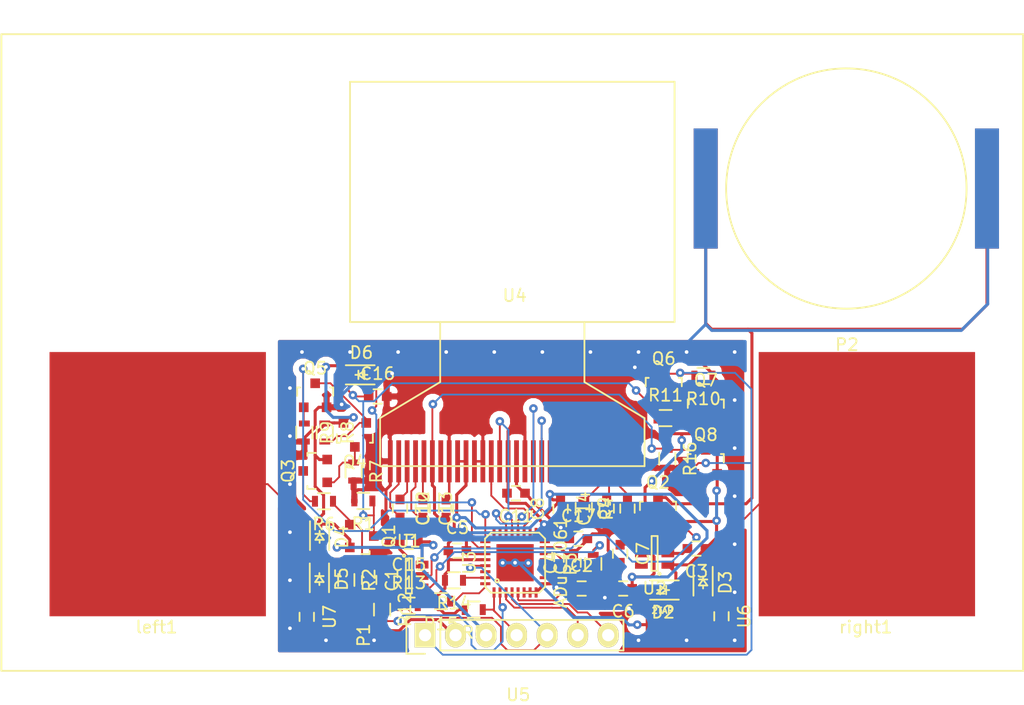
<source format=kicad_pcb>
(kicad_pcb (version 4) (host pcbnew "(2016-02-09 BZR 6546)-product")
  (layers (0 F.Cu signal) (31 B.Cu signal) (34 B.Paste user) (35 F.Paste user) (36 B.SilkS user) (37 F.SilkS user) (38 B.Mask user) (39 F.Mask user) (44 Edge.Cuts user))
  (net 0 "")
  (net 1 "Net-(C2-Pad1)")
  (net 2 "Net-(C1-Pad1)")
  (net 3 GND)
  (net 4 +BATT)
  (net 5 "Net-(C4-Pad1)")
  (net 6 VDD)
  (net 7 "Net-(C7-Pad1)")
  (net 8 "Net-(C9-Pad2)")
  (net 9 "Net-(C12-Pad1)")
  (net 10 "Net-(C12-Pad2)")
  (net 11 "Net-(C13-Pad1)")
  (net 12 "Net-(C13-Pad2)")
  (net 13 "Net-(C14-Pad2)")
  (net 14 "Net-(R3-Pad2)")
  (net 15 "Net-(R4-Pad1)")
  (net 16 "Net-(U3-Pad19)")
  (net 17 "Net-(U3-Pad20)")
  (net 18 "Net-(U3-Pad21)")
  (net 19 "Net-(U3-Pad22)")
  (net 20 VCC)
  (net 21 "Net-(CN1-Pad1)")
  (net 22 "Net-(D4-Pad2)")
  (net 23 POWER_ON)
  (net 24 ~FORCE_ON)
  (net 25 ~RESET)
  (net 26 ~PROG)
  (net 27 RX)
  (net 28 TX)
  (net 29 "Net-(P2-Pad1)")
  (net 30 "Net-(Q3-Pad1)")
  (net 31 "Net-(Q3-Pad3)")
  (net 32 "Net-(Q4-Pad1)")
  (net 33 PULLUP_OFF)
  (net 34 "Net-(R12-Pad2)")
  (net 35 "Net-(R14-Pad1)")
  (net 36 "Net-(R15-Pad1)")
  (net 37 "Net-(C16-Pad1)")
  (net 38 OLED_PWR)
  (module mod:SSD1306 (layer F.Cu) (at 68.505278 47.959336)
    (fp_text reference U4 (at 0.2 -2.2) (layer F.SilkS))
    (fp_text value SSD1306)
    (pad 1 smd rect (at -10.15 11.6) (size 0.4 3.5) (layers F.Cu F.Paste F.Mask) (net 3 GND))
    (pad 2 smd rect (at -9.45 11.6) (size 0.4 3.5) (layers F.Cu F.Paste F.Mask) (net 10 "Net-(C12-Pad2)"))
    (pad 3 smd rect (at -8.75 11.6) (size 0.4 3.5) (layers F.Cu F.Paste F.Mask) (net 9 "Net-(C12-Pad1)"))
    (pad 4 smd rect (at -8.05 11.6) (size 0.4 3.5) (layers F.Cu F.Paste F.Mask) (net 12 "Net-(C13-Pad2)"))
    (pad 5 smd rect (at -7.35 11.6) (size 0.4 3.5) (layers F.Cu F.Paste F.Mask) (net 11 "Net-(C13-Pad1)"))
    (pad 6 smd rect (at -6.65 11.6) (size 0.4 3.5) (layers F.Cu F.Paste F.Mask) (net 38 OLED_PWR))
    (pad 7 smd rect (at -5.95 11.6) (size 0.4 3.5) (layers F.Cu F.Paste F.Mask))
    (pad 8 smd rect (at -5.25 11.6) (size 0.4 3.5) (layers F.Cu F.Paste F.Mask) (net 3 GND))
    (pad 9 smd rect (at -4.55 11.6) (size 0.4 3.5) (layers F.Cu F.Paste F.Mask) (net 6 VDD))
    (pad 10 smd rect (at -3.85 11.6) (size 0.4 3.5) (layers F.Cu F.Paste F.Mask) (net 6 VDD))
    (pad 11 smd rect (at -3.15 11.6) (size 0.4 3.5) (layers F.Cu F.Paste F.Mask) (net 3 GND))
    (pad 12 smd rect (at -2.45 11.6) (size 0.4 3.5) (layers F.Cu F.Paste F.Mask) (net 3 GND))
    (pad 13 smd rect (at -1.75 11.6) (size 0.4 3.5) (layers F.Cu F.Paste F.Mask) (net 16 "Net-(U3-Pad19)"))
    (pad 14 smd rect (at -1.05 11.6) (size 0.4 3.5) (layers F.Cu F.Paste F.Mask) (net 18 "Net-(U3-Pad21)"))
    (pad 15 smd rect (at -0.35 11.6) (size 0.4 3.5) (layers F.Cu F.Paste F.Mask) (net 3 GND))
    (pad 16 smd rect (at 0.35 11.6) (size 0.4 3.5) (layers F.Cu F.Paste F.Mask) (net 6 VDD))
    (pad 17 smd rect (at 1.05 11.6) (size 0.4 3.5) (layers F.Cu F.Paste F.Mask) (net 3 GND))
    (pad 18 smd rect (at 1.75 11.6) (size 0.4 3.5) (layers F.Cu F.Paste F.Mask) (net 17 "Net-(U3-Pad20)"))
    (pad 19 smd rect (at 2.45 11.6) (size 0.4 3.5) (layers F.Cu F.Paste F.Mask) (net 19 "Net-(U3-Pad22)"))
    (pad 20 smd rect (at 3.15 11.6) (size 0.4 3.5) (layers F.Cu F.Paste F.Mask) (net 3 GND))
    (pad 21 smd rect (at 3.85 11.6) (size 0.4 3.5) (layers F.Cu F.Paste F.Mask) (net 3 GND))
    (pad 22 smd rect (at 4.55 11.6) (size 0.4 3.5) (layers F.Cu F.Paste F.Mask) (net 3 GND))
    (pad 23 smd rect (at 5.25 11.6) (size 0.4 3.5) (layers F.Cu F.Paste F.Mask) (net 3 GND))
    (pad 24 smd rect (at 5.95 11.6) (size 0.4 3.5) (layers F.Cu F.Paste F.Mask) (net 3 GND))
    (pad 25 smd rect (at 6.65 11.6) (size 0.4 3.5) (layers F.Cu F.Paste F.Mask) (net 3 GND))
    (pad 26 smd rect (at 7.35 11.6) (size 0.4 3.5) (layers F.Cu F.Paste F.Mask) (net 15 "Net-(R4-Pad1)"))
    (pad 27 smd rect (at 8.05 11.6) (size 0.4 3.5) (layers F.Cu F.Paste F.Mask) (net 13 "Net-(C14-Pad2)"))
    (pad 28 smd rect (at 8.75 11.6) (size 0.4 3.5) (layers F.Cu F.Paste F.Mask) (net 8 "Net-(C9-Pad2)"))
    (pad 29 smd rect (at 9.45 11.6) (size 0.4 3.5) (layers F.Cu F.Paste F.Mask) (net 3 GND))
    (pad 30 smd rect (at 10.15 11.6) (size 0.4 3.5) (layers F.Cu F.Paste F.Mask) (net 3 GND))
  )
  (module Resistors_SMD:R_0603 (layer F.Cu) (at 52.837278 62.883136 180)
    (fp_text reference R6 (at 0 -1.9 180) (layer F.SilkS))
    (fp_text value 20M)
    (pad 1 smd rect (at -0.75 0 180) (size 0.5 0.9) (layers F.Cu F.Paste F.Mask) (net 22 "Net-(D4-Pad2)"))
    (pad 2 smd rect (at 0.75 0 180) (size 0.5 0.9) (layers F.Cu F.Paste F.Mask) (net 31 "Net-(Q3-Pad3)"))
  )
  (module Diodes_SMD:SOD-323 (layer F.Cu) (at 52.474058 65.847316 270)
    (fp_text reference D4 (at 0 -1.85 270) (layer F.SilkS))
    (fp_text value D)
    (pad 1 smd rect (at -1.055 0 270) (size 0.59 0.45) (layers F.Cu F.Paste F.Mask) (net 4 +BATT))
    (pad 2 smd rect (at 1.055 0 270) (size 0.59 0.45) (layers F.Cu F.Paste F.Mask) (net 22 "Net-(D4-Pad2)"))
  )
  (module Diodes_SMD:SOD-323 (layer F.Cu) (at 52.456278 69.360136 270)
    (fp_text reference D5 (at 0 -1.85 270) (layer F.SilkS))
    (fp_text value D)
    (pad 1 smd rect (at -1.055 0 270) (size 0.59 0.45) (layers F.Cu F.Paste F.Mask) (net 22 "Net-(D4-Pad2)"))
    (pad 2 smd rect (at 1.055 0 270) (size 0.59 0.45) (layers F.Cu F.Paste F.Mask) (net 3 GND))
  )
  (module Capacitors_SMD:C_0603 (layer F.Cu) (at 56.596478 69.436336 270)
    (fp_text reference C1 (at 0 -1.9 270) (layer F.SilkS))
    (fp_text value 127pF)
    (pad 1 smd rect (at -0.75 0 270) (size 0.8 0.75) (layers F.Cu F.Paste F.Mask) (net 2 "Net-(C1-Pad1)"))
    (pad 2 smd rect (at 0.75 0 270) (size 0.8 0.75) (layers F.Cu F.Paste F.Mask) (net 3 GND))
  )
  (module mod:LFCSP_VQ_CP32-2 (layer F.Cu) (at 68.735078 67.999736 90)
    (fp_text reference U3 (at 0 -3.8 90) (layer F.SilkS))
    (fp_text value ADuC7061 (at 0 3.8 90) (layer F.SilkS))
    (pad 1 smd rect (at -2.475 -1.75 90) (size 0.85 0.25) (layers F.Cu F.Paste F.Mask) (net 25 ~RESET))
    (pad 2 smd rect (at -2.475 -1.25 90) (size 0.85 0.25) (layers F.Cu F.Paste F.Mask) (net 34 "Net-(R12-Pad2)"))
    (pad 3 smd rect (at -2.475 -0.75 90) (size 0.85 0.25) (layers F.Cu F.Paste F.Mask) (net 27 RX))
    (pad 4 smd rect (at -2.475 -0.25 90) (size 0.85 0.25) (layers F.Cu F.Paste F.Mask) (net 28 TX))
    (pad 5 smd rect (at -2.475 0.25 90) (size 0.85 0.25) (layers F.Cu F.Paste F.Mask) (net 1 "Net-(C2-Pad1)"))
    (pad 6 smd rect (at -2.475 0.75 90) (size 0.85 0.25) (layers F.Cu F.Paste F.Mask) (net 3 GND))
    (pad 7 smd rect (at -2.475 1.25 90) (size 0.85 0.25) (layers F.Cu F.Paste F.Mask) (net 3 GND))
    (pad 8 smd rect (at -2.475 1.75 90) (size 0.85 0.25) (layers F.Cu F.Paste F.Mask) (net 3 GND))
    (pad 17 smd rect (at 2.475 1.75 90) (size 0.85 0.25) (layers F.Cu F.Paste F.Mask) (net 3 GND))
    (pad 18 smd rect (at 2.475 1.25 90) (size 0.85 0.25) (layers F.Cu F.Paste F.Mask) (net 3 GND))
    (pad 19 smd rect (at 2.475 0.75 90) (size 0.85 0.25) (layers F.Cu F.Paste F.Mask) (net 16 "Net-(U3-Pad19)"))
    (pad 20 smd rect (at 2.475 0.25 90) (size 0.85 0.25) (layers F.Cu F.Paste F.Mask) (net 17 "Net-(U3-Pad20)"))
    (pad 21 smd rect (at 2.475 -0.25 90) (size 0.85 0.25) (layers F.Cu F.Paste F.Mask) (net 18 "Net-(U3-Pad21)"))
    (pad 22 smd rect (at 2.475 -0.75 90) (size 0.85 0.25) (layers F.Cu F.Paste F.Mask) (net 19 "Net-(U3-Pad22)"))
    (pad 23 smd rect (at 2.475 -1.25 90) (size 0.85 0.25) (layers F.Cu F.Paste F.Mask))
    (pad 24 smd rect (at 2.475 -1.75 90) (size 0.85 0.25) (layers F.Cu F.Paste F.Mask))
    (pad 9 smd rect (at -1.75 2.475 90) (size 0.25 0.85) (layers F.Cu F.Paste F.Mask) (net 3 GND))
    (pad 10 smd rect (at -1.25 2.475 90) (size 0.25 0.85) (layers F.Cu F.Paste F.Mask))
    (pad 11 smd rect (at -0.75 2.475 90) (size 0.25 0.85) (layers F.Cu F.Paste F.Mask))
    (pad 12 smd rect (at -0.25 2.475 90) (size 0.25 0.85) (layers F.Cu F.Paste F.Mask) (net 3 GND))
    (pad 13 smd rect (at 0.25 2.475 90) (size 0.25 0.85) (layers F.Cu F.Paste F.Mask) (net 1 "Net-(C2-Pad1)"))
    (pad 14 smd rect (at 0.75 2.475 90) (size 0.25 0.85) (layers F.Cu F.Paste F.Mask) (net 5 "Net-(C4-Pad1)"))
    (pad 15 smd rect (at 1.25 2.475 90) (size 0.25 0.85) (layers F.Cu F.Paste F.Mask) (net 3 GND))
    (pad 16 smd rect (at 1.75 2.475 90) (size 0.25 0.85) (layers F.Cu F.Paste F.Mask) (net 6 VDD))
    (pad 25 smd rect (at 1.75 -2.475 90) (size 0.25 0.85) (layers F.Cu F.Paste F.Mask) (net 33 PULLUP_OFF))
    (pad 26 smd rect (at 1.25 -2.475 90) (size 0.25 0.85) (layers F.Cu F.Paste F.Mask) (net 23 POWER_ON))
    (pad 27 smd rect (at 0.75 -2.475 90) (size 0.25 0.85) (layers F.Cu F.Paste F.Mask) (net 3 GND))
    (pad 28 smd rect (at 0.25 -2.475 90) (size 0.25 0.85) (layers F.Cu F.Paste F.Mask) (net 6 VDD))
    (pad 29 smd rect (at -0.25 -2.475 90) (size 0.25 0.85) (layers F.Cu F.Paste F.Mask) (net 26 ~PROG))
    (pad 30 smd rect (at -0.75 -2.475 90) (size 0.25 0.85) (layers F.Cu F.Paste F.Mask))
    (pad 31 smd rect (at -1.25 -2.475 90) (size 0.25 0.85) (layers F.Cu F.Paste F.Mask) (net 35 "Net-(R14-Pad1)"))
    (pad 32 smd rect (at -1.75 -2.475 90) (size 0.25 0.85) (layers F.Cu F.Paste F.Mask) (net 36 "Net-(R15-Pad1)"))
    (pad 33 smd rect (at 0 0 90) (size 3.1 3.1) (layers F.Cu F.Paste F.Mask) (net 21 "Net-(CN1-Pad1)"))
  )
  (module Pin_Headers:Pin_Header_Straight_1x07 (layer F.Cu) (at 61.244678 74.033736 90)
    (fp_text reference P1 (at 0 -5.1 90) (layer F.SilkS))
    (fp_text value PROG)
    (pad 1 thru_hole rect (at 0 0 90) (size 2.032 1.7272) (drill 1.016) (layers *.Cu *.Mask F.SilkS) (net 24 ~FORCE_ON))
    (pad 2 thru_hole oval (at 0 2.54 90) (size 2.032 1.7272) (drill 1.016) (layers *.Cu *.Mask F.SilkS) (net 3 GND))
    (pad 3 thru_hole oval (at 0 5.08 90) (size 2.032 1.7272) (drill 1.016) (layers *.Cu *.Mask F.SilkS) (net 4 +BATT))
    (pad 4 thru_hole oval (at 0 7.62 90) (size 2.032 1.7272) (drill 1.016) (layers *.Cu *.Mask F.SilkS) (net 25 ~RESET))
    (pad 5 thru_hole oval (at 0 10.16 90) (size 2.032 1.7272) (drill 1.016) (layers *.Cu *.Mask F.SilkS) (net 26 ~PROG))
    (pad 6 thru_hole oval (at 0 12.7 90) (size 2.032 1.7272) (drill 1.016) (layers *.Cu *.Mask F.SilkS) (net 27 RX))
    (pad 7 thru_hole oval (at 0 15.24 90) (size 2.032 1.7272) (drill 1.016) (layers *.Cu *.Mask F.SilkS) (net 28 TX))
  )
  (module mod:ecgpad (layer F.Cu) (at 98.005278 61.459336)
    (fp_text reference right1 (at -0.1 11.9) (layer F.SilkS))
    (fp_text value CONN_1)
    (pad 1 smd rect (at 0 0) (size 18 22) (layers F.Cu F.Paste F.Mask) (net 1 "Net-(C2-Pad1)"))
  )
  (module Capacitors_SMD:C_0603 (layer F.Cu) (at 74.274878 70.147536)
    (fp_text reference C2 (at 0 -1.9) (layer F.SilkS))
    (fp_text value C)
    (pad 1 smd rect (at -0.75 0) (size 0.8 0.75) (layers F.Cu F.Paste F.Mask) (net 1 "Net-(C2-Pad1)"))
    (pad 2 smd rect (at 0.75 0) (size 0.8 0.75) (layers F.Cu F.Paste F.Mask) (net 3 GND))
  )
  (module Capacitors_SMD:C_0603 (layer F.Cu) (at 83.825278 66.820136 180)
    (fp_text reference C3 (at 0 -1.9 180) (layer F.SilkS))
    (fp_text value 1uF)
    (pad 1 smd rect (at -0.75 0 180) (size 0.8 0.75) (layers F.Cu F.Paste F.Mask) (net 4 +BATT))
    (pad 2 smd rect (at 0.75 0 180) (size 0.8 0.75) (layers F.Cu F.Paste F.Mask) (net 3 GND))
  )
  (module Capacitors_SMD:C_0603 (layer F.Cu) (at 73.6 68 90)
    (fp_text reference C4 (at 0 -1.9 90) (layer F.SilkS))
    (fp_text value 100nF)
    (pad 1 smd rect (at -0.75 0 90) (size 0.8 0.75) (layers F.Cu F.Paste F.Mask) (net 5 "Net-(C4-Pad1)"))
    (pad 2 smd rect (at 0.75 0 90) (size 0.8 0.75) (layers F.Cu F.Paste F.Mask) (net 3 GND))
  )
  (module Capacitors_SMD:C_0603 (layer F.Cu) (at 63.937078 66.997936)
    (fp_text reference C5 (at 0 -1.9) (layer F.SilkS))
    (fp_text value 100nF)
    (pad 1 smd rect (at -0.75 0) (size 0.8 0.75) (layers F.Cu F.Paste F.Mask) (net 6 VDD))
    (pad 2 smd rect (at 0.75 0) (size 0.8 0.75) (layers F.Cu F.Paste F.Mask) (net 3 GND))
  )
  (module Capacitors_SMD:C_0603 (layer F.Cu) (at 77.729278 70.147536 180)
    (fp_text reference C6 (at 0 -1.9 180) (layer F.SilkS))
    (fp_text value 1uF)
    (pad 1 smd rect (at -0.75 0 180) (size 0.8 0.75) (layers F.Cu F.Paste F.Mask) (net 6 VDD))
    (pad 2 smd rect (at 0.75 0 180) (size 0.8 0.75) (layers F.Cu F.Paste F.Mask) (net 3 GND))
  )
  (module Capacitors_SMD:C_0603 (layer F.Cu) (at 77.475278 67.251936 270)
    (fp_text reference C7 (at 0 -1.9 270) (layer F.SilkS))
    (fp_text value 10nF)
    (pad 1 smd rect (at -0.75 0 270) (size 0.8 0.75) (layers F.Cu F.Paste F.Mask) (net 7 "Net-(C7-Pad1)"))
    (pad 2 smd rect (at 0.75 0 270) (size 0.8 0.75) (layers F.Cu F.Paste F.Mask) (net 3 GND))
  )
  (module Capacitors_SMD:C_0603 (layer F.Cu) (at 72.522278 63.518136 90)
    (fp_text reference C8 (at 0 -1.9 90) (layer F.SilkS))
    (fp_text value 100nF)
    (pad 1 smd rect (at -0.75 0 90) (size 0.8 0.75) (layers F.Cu F.Paste F.Mask) (net 3 GND))
    (pad 2 smd rect (at 0.75 0 90) (size 0.8 0.75) (layers F.Cu F.Paste F.Mask) (net 6 VDD))
  )
  (module Capacitors_SMD:C_0603 (layer F.Cu) (at 78.084878 63.492736 90)
    (fp_text reference C9 (at 0 -1.9 90) (layer F.SilkS))
    (fp_text value 2.2uF)
    (pad 1 smd rect (at -0.75 0 90) (size 0.8 0.75) (layers F.Cu F.Paste F.Mask) (net 3 GND))
    (pad 2 smd rect (at 0.75 0 90) (size 0.8 0.75) (layers F.Cu F.Paste F.Mask) (net 8 "Net-(C9-Pad2)"))
  )
  (module Capacitors_SMD:C_0603 (layer F.Cu) (at 62.997278 63.492736 90)
    (fp_text reference C10 (at 0 -1.9 90) (layer F.SilkS))
    (fp_text value 1uF)
    (pad 1 smd rect (at -0.75 0 90) (size 0.8 0.75) (layers F.Cu F.Paste F.Mask) (net 38 OLED_PWR))
    (pad 2 smd rect (at 0.75 0 90) (size 0.8 0.75) (layers F.Cu F.Paste F.Mask) (net 3 GND))
  )
  (module Capacitors_SMD:C_0603 (layer F.Cu) (at 68.813178 62.212576 180)
    (fp_text reference C11 (at 0 -1.9 180) (layer F.SilkS))
    (fp_text value 1uF)
    (pad 1 smd rect (at -0.75 0 180) (size 0.8 0.75) (layers F.Cu F.Paste F.Mask) (net 6 VDD))
    (pad 2 smd rect (at 0.75 0 180) (size 0.8 0.75) (layers F.Cu F.Paste F.Mask) (net 3 GND))
  )
  (module Capacitors_SMD:C_0603 (layer F.Cu) (at 59.161878 63.480736 270)
    (fp_text reference C12 (at 0 -1.9 270) (layer F.SilkS))
    (fp_text value 1uF)
    (pad 1 smd rect (at -0.75 0 270) (size 0.8 0.75) (layers F.Cu F.Paste F.Mask) (net 9 "Net-(C12-Pad1)"))
    (pad 2 smd rect (at 0.75 0 270) (size 0.8 0.75) (layers F.Cu F.Paste F.Mask) (net 10 "Net-(C12-Pad2)"))
  )
  (module Capacitors_SMD:C_0603 (layer F.Cu) (at 61.066878 63.492736 270)
    (fp_text reference C13 (at 0 -1.9 270) (layer F.SilkS))
    (fp_text value 1uF)
    (pad 1 smd rect (at -0.75 0 270) (size 0.8 0.75) (layers F.Cu F.Paste F.Mask) (net 11 "Net-(C13-Pad1)"))
    (pad 2 smd rect (at 0.75 0 270) (size 0.8 0.75) (layers F.Cu F.Paste F.Mask) (net 12 "Net-(C13-Pad2)"))
  )
  (module Capacitors_SMD:C_0603 (layer F.Cu) (at 76.357678 63.492736 90)
    (fp_text reference C14 (at 0 -1.9 90) (layer F.SilkS))
    (fp_text value "4.7uF 16V")
    (pad 1 smd rect (at -0.75 0 90) (size 0.8 0.75) (layers F.Cu F.Paste F.Mask) (net 3 GND))
    (pad 2 smd rect (at 0.75 0 90) (size 0.8 0.75) (layers F.Cu F.Paste F.Mask) (net 13 "Net-(C14-Pad2)"))
  )
  (module Diodes_SMD:SOD-323 (layer F.Cu) (at 81.056678 70.274536 180)
    (fp_text reference D2 (at 0 -1.85 180) (layer F.SilkS))
    (fp_text value D)
    (pad 1 smd rect (at -1.055 0 180) (size 0.59 0.45) (layers F.Cu F.Paste F.Mask) (net 4 +BATT))
    (pad 2 smd rect (at 1.055 0 180) (size 0.59 0.45) (layers F.Cu F.Paste F.Mask) (net 1 "Net-(C2-Pad1)"))
  )
  (module Diodes_SMD:SOD-323 (layer F.Cu) (at 84.376458 69.642076 270)
    (fp_text reference D3 (at 0 -1.85 270) (layer F.SilkS))
    (fp_text value D)
    (pad 1 smd rect (at -1.055 0 270) (size 0.59 0.45) (layers F.Cu F.Paste F.Mask) (net 1 "Net-(C2-Pad1)"))
    (pad 2 smd rect (at 1.055 0 270) (size 0.59 0.45) (layers F.Cu F.Paste F.Mask) (net 3 GND))
  )
  (module mod:ecgpad (layer F.Cu) (at 39.005278 61.459336)
    (fp_text reference left1 (at -0.1 11.9) (layer F.SilkS))
    (fp_text value CONN_1)
    (pad 1 smd rect (at 0 0) (size 18 22) (layers F.Cu F.Paste F.Mask) (net 22 "Net-(D4-Pad2)"))
  )
  (module Capacitors_SMD:C_0603 (layer F.Cu) (at 59.898478 66.261336 180)
    (fp_text reference C15 (at 0 -1.9 180) (layer F.SilkS))
    (fp_text value 100nF)
    (pad 1 smd rect (at -0.75 0 180) (size 0.8 0.75) (layers F.Cu F.Paste F.Mask) (net 4 +BATT))
    (pad 2 smd rect (at 0.75 0 180) (size 0.8 0.75) (layers F.Cu F.Paste F.Mask) (net 3 GND))
  )
  (module mod:CR2016 (layer F.Cu) (at 96.296678 36.848136)
    (fp_text reference P2 (at 0.05 13) (layer F.SilkS))
    (fp_text value BATTERY)
    (pad 1 smd rect (at 11.7 0) (size 2 10) (layers F.Cu F.Paste F.Mask) (net 29 "Net-(P2-Pad1)"))
    (pad 2 smd rect (at -11.7 0) (size 2 10) (layers F.Cu F.Paste F.Mask) (net 29 "Net-(P2-Pad1)"))
    (pad 3 smd rect (at -11.7 0) (size 2 10) (layers B.Cu B.Paste B.Mask) (net 3 GND))
    (pad 4 smd rect (at 11.7 0) (size 2 10) (layers B.Cu B.Paste B.Mask) (net 3 GND))
  )
  (module mod:2TAP (layer F.Cu) (at 81.005278 73.159336)
    (fp_text reference CN1 hide)
    (fp_text value 2TAP (at 0 -1.175) (layer F.SilkS) (effects (font (size 0.5 0.5) (thickness 0.125))))
    (pad 1 smd rect (at -0.8 0) (size 1.2 1.2) (layers F.Cu F.Paste F.Mask) (net 21 "Net-(CN1-Pad1)"))
    (pad 2 smd rect (at 0.8 0) (size 1.2 1.2) (layers F.Cu F.Paste F.Mask) (net 3 GND))
  )
  (module Diodes_SMD:SOD-323 (layer F.Cu) (at 55.950278 52.359336)
    (fp_text reference D6 (at 0 -1.85) (layer F.SilkS))
    (fp_text value D)
    (pad 1 smd rect (at -1.055 0) (size 0.59 0.45) (layers F.Cu F.Paste F.Mask) (net 37 "Net-(C16-Pad1)"))
    (pad 2 smd rect (at 1.055 0) (size 0.59 0.45) (layers F.Cu F.Paste F.Mask) (net 23 POWER_ON))
  )
  (module Resistors_SMD:R_0603 (layer F.Cu) (at 56.113878 62.857736 180)
    (fp_text reference R1 (at 0 -1.9 180) (layer F.SilkS))
    (fp_text value 100k)
    (pad 1 smd rect (at -0.75 0 180) (size 0.5 0.9) (layers F.Cu F.Paste F.Mask) (net 37 "Net-(C16-Pad1)"))
    (pad 2 smd rect (at 0.75 0 180) (size 0.5 0.9) (layers F.Cu F.Paste F.Mask) (net 3 GND))
  )
  (module Resistors_SMD:R_0603 (layer F.Cu) (at 54.691478 69.436336 270)
    (fp_text reference R2 (at 0 -1.9 270) (layer F.SilkS))
    (fp_text value 47k)
    (pad 1 smd rect (at -0.75 0 270) (size 0.5 0.9) (layers F.Cu F.Paste F.Mask) (net 2 "Net-(C1-Pad1)"))
    (pad 2 smd rect (at 0.75 0 270) (size 0.5 0.9) (layers F.Cu F.Paste F.Mask) (net 22 "Net-(D4-Pad2)"))
  )
  (module Resistors_SMD:R_0603 (layer F.Cu) (at 75.240078 68.1 90)
    (fp_text reference R3 (at 0 -1.9 90) (layer F.SilkS))
    (fp_text value 4k)
    (pad 1 smd rect (at -0.75 0 90) (size 0.5 0.9) (layers F.Cu F.Paste F.Mask) (net 5 "Net-(C4-Pad1)"))
    (pad 2 smd rect (at 0.75 0 90) (size 0.5 0.9) (layers F.Cu F.Paste F.Mask) (net 14 "Net-(R3-Pad2)"))
  )
  (module Resistors_SMD:R_0603 (layer F.Cu) (at 74.452678 63.518136 270)
    (fp_text reference R4 (at 0 -1.9 270) (layer F.SilkS))
    (fp_text value 390k)
    (pad 1 smd rect (at -0.75 0 270) (size 0.5 0.9) (layers F.Cu F.Paste F.Mask) (net 15 "Net-(R4-Pad1)"))
    (pad 2 smd rect (at 0.75 0 270) (size 0.5 0.9) (layers F.Cu F.Paste F.Mask) (net 3 GND))
  )
  (module Resistors_SMD:R_0603 (layer F.Cu) (at 65.297818 71.905216 180)
    (fp_text reference R5 (at 0 -1.9 180) (layer F.SilkS))
    (fp_text value 47k)
    (pad 1 smd rect (at -0.75 0 180) (size 0.5 0.9) (layers F.Cu F.Paste F.Mask) (net 25 ~RESET))
    (pad 2 smd rect (at 0.75 0 180) (size 0.5 0.9) (layers F.Cu F.Paste F.Mask) (net 6 VDD))
  )
  (module Resistors_SMD:R_0603 (layer F.Cu) (at 55.305278 60.409336 270)
    (fp_text reference R7 (at 0 -1.9 270) (layer F.SilkS))
    (fp_text value 20M)
    (pad 1 smd rect (at -0.75 0 270) (size 0.5 0.9) (layers F.Cu F.Paste F.Mask) (net 30 "Net-(Q3-Pad1)"))
    (pad 2 smd rect (at 0.75 0 270) (size 0.5 0.9) (layers F.Cu F.Paste F.Mask) (net 3 GND))
  )
  (module Resistors_SMD:R_0603 (layer F.Cu) (at 52.905278 57.159336 270)
    (fp_text reference R8 (at 0 -1.9 270) (layer F.SilkS))
    (fp_text value 100k)
    (pad 1 smd rect (at -0.75 0 270) (size 0.5 0.9) (layers F.Cu F.Paste F.Mask) (net 4 +BATT))
    (pad 2 smd rect (at 0.75 0 270) (size 0.5 0.9) (layers F.Cu F.Paste F.Mask) (net 32 "Net-(Q4-Pad1)"))
  )
  (module Resistors_SMD:R_0603 (layer F.Cu) (at 51.205278 57.159336 270)
    (fp_text reference R9 (at 0 -1.9 270) (layer F.SilkS))
    (fp_text value 100k)
    (pad 1 smd rect (at -0.75 0 270) (size 0.5 0.9) (layers F.Cu F.Paste F.Mask) (net 33 PULLUP_OFF))
    (pad 2 smd rect (at 0.75 0 270) (size 0.5 0.9) (layers F.Cu F.Paste F.Mask) (net 3 GND))
  )
  (module Resistors_SMD:R_0603 (layer F.Cu) (at 84.405278 52.459336 180)
    (fp_text reference R10 (at 0 -1.9 180) (layer F.SilkS))
    (fp_text value 100k)
    (pad 1 smd rect (at -0.75 0 180) (size 0.5 0.9) (layers F.Cu F.Paste F.Mask) (net 4 +BATT))
    (pad 2 smd rect (at 0.75 0 180) (size 0.5 0.9) (layers F.Cu F.Paste F.Mask) (net 24 ~FORCE_ON))
  )
  (module Resistors_SMD:R_0603 (layer F.Cu) (at 81.255278 55.959336)
    (fp_text reference R11 (at 0 -1.9) (layer F.SilkS))
    (fp_text value 100k)
    (pad 1 smd rect (at -0.75 0) (size 0.5 0.9) (layers F.Cu F.Paste F.Mask) (net 20 VCC))
    (pad 2 smd rect (at 0.75 0) (size 0.5 0.9) (layers F.Cu F.Paste F.Mask) (net 3 GND))
  )
  (module Resistors_SMD:R_0603 (layer F.Cu) (at 57.673438 71.904516 270)
    (fp_text reference R12 (at 0 -1.9 270) (layer F.SilkS))
    (fp_text value 47k)
    (pad 1 smd rect (at -0.75 0 270) (size 0.5 0.9) (layers F.Cu F.Paste F.Mask) (net 6 VDD))
    (pad 2 smd rect (at 0.75 0 270) (size 0.5 0.9) (layers F.Cu F.Paste F.Mask) (net 34 "Net-(R12-Pad2)"))
  )
  (module Resistors_SMD:R_0603 (layer F.Cu) (at 59.890858 71.577556)
    (fp_text reference R13 (at 0 -1.9) (layer F.SilkS))
    (fp_text value 47k)
    (pad 1 smd rect (at -0.75 0) (size 0.5 0.9) (layers F.Cu F.Paste F.Mask) (net 26 ~PROG))
    (pad 2 smd rect (at 0.75 0) (size 0.5 0.9) (layers F.Cu F.Paste F.Mask) (net 6 VDD))
  )
  (module Resistors_SMD:R_0603 (layer F.Cu) (at 63.652598 69.464276 180)
    (fp_text reference R14 (at 0 -1.9 180) (layer F.SilkS))
    (fp_text value 47k)
    (pad 1 smd rect (at -0.75 0 180) (size 0.5 0.9) (layers F.Cu F.Paste F.Mask) (net 35 "Net-(R14-Pad1)"))
    (pad 2 smd rect (at 0.75 0 180) (size 0.5 0.9) (layers F.Cu F.Paste F.Mask) (net 6 VDD))
  )
  (module Resistors_SMD:R_0603 (layer F.Cu) (at 62.574938 71.204176 180)
    (fp_text reference R15 (at 0 -1.9 180) (layer F.SilkS))
    (fp_text value 47k)
    (pad 1 smd rect (at -0.75 0 180) (size 0.5 0.9) (layers F.Cu F.Paste F.Mask) (net 36 "Net-(R15-Pad1)"))
    (pad 2 smd rect (at 0.75 0 180) (size 0.5 0.9) (layers F.Cu F.Paste F.Mask) (net 6 VDD))
  )
  (module Capacitors_SMD:C_0603 (layer F.Cu) (at 85.905278 72.459336 270)
    (fp_text reference U6 (at 0 -1.9 270) (layer F.SilkS))
    (fp_text value DNP)
    (pad 1 smd rect (at -0.75 0 270) (size 0.8 0.75) (layers F.Cu F.Paste F.Mask) (net 1 "Net-(C2-Pad1)"))
    (pad 2 smd rect (at 0.75 0 270) (size 0.8 0.75) (layers F.Cu F.Paste F.Mask) (net 3 GND))
  )
  (module Capacitors_SMD:C_0603 (layer F.Cu) (at 51.405278 72.509336 270)
    (fp_text reference U7 (at 0 -1.9 270) (layer F.SilkS))
    (fp_text value DNP)
    (pad 1 smd rect (at -0.75 0 270) (size 0.8 0.75) (layers F.Cu F.Paste F.Mask) (net 22 "Net-(D4-Pad2)"))
    (pad 2 smd rect (at 0.75 0 270) (size 0.8 0.75) (layers F.Cu F.Paste F.Mask) (net 3 GND))
  )
  (module mod:creditcard (layer F.Cu) (at 68 29)
    (fp_text reference U5 (at 1 50) (layer F.SilkS))
    (fp_text value creditcard)
  )
  (module Capacitors_SMD:C_0603 (layer F.Cu) (at 57.305278 54.159336)
    (fp_text reference C16 (at 0 -1.9) (layer F.SilkS))
    (fp_text value 100nF)
    (pad 1 smd rect (at -0.75 0) (size 0.8 0.75) (layers F.Cu F.Paste F.Mask) (net 37 "Net-(C16-Pad1)"))
    (pad 2 smd rect (at 0.75 0) (size 0.8 0.75) (layers F.Cu F.Paste F.Mask) (net 3 GND))
  )
  (module Capacitors_SMD:C_0603 (layer F.Cu) (at 74 66)
    (fp_text reference C17 (at 0 -1.9) (layer F.SilkS))
    (fp_text value 1uF)
    (pad 1 smd rect (at -0.75 0) (size 0.8 0.75) (layers F.Cu F.Paste F.Mask) (net 6 VDD))
    (pad 2 smd rect (at 0.75 0) (size 0.8 0.75) (layers F.Cu F.Paste F.Mask) (net 3 GND))
  )
  (module TO_SOT_Packages_SMD:SOT-23 (layer F.Cu) (at 55.986878 65.778736 270)
    (fp_text reference Q1 (at 0 -2.25 270) (layer F.SilkS))
    (fp_text value NTR1P02T1)
    (pad 1 smd rect (at -0.95 1.00076 270) (size 0.8001 0.8001) (layers F.Cu F.Paste F.Mask) (net 22 "Net-(D4-Pad2)"))
    (pad 2 smd rect (at 0.95 1.00076 270) (size 0.8001 0.8001) (layers F.Cu F.Paste F.Mask) (net 4 +BATT))
    (pad 3 smd rect (at 0 -0.99822 270) (size 0.8001 0.8001) (layers F.Cu F.Paste F.Mask) (net 37 "Net-(C16-Pad1)"))
  )
  (module TO_SOT_Packages_SMD:SOT-23 (layer F.Cu) (at 80.624878 63.568936)
    (fp_text reference Q2 (at 0 -2.25) (layer F.SilkS))
    (fp_text value NTR1P02T1)
    (pad 1 smd rect (at -0.95 1.00076) (size 0.8001 0.8001) (layers F.Cu F.Paste F.Mask) (net 3 GND))
    (pad 2 smd rect (at 0.95 1.00076) (size 0.8001 0.8001) (layers F.Cu F.Paste F.Mask) (net 4 +BATT))
    (pad 3 smd rect (at 0 -0.99822) (size 0.8001 0.8001) (layers F.Cu F.Paste F.Mask) (net 29 "Net-(P2-Pad1)"))
  )
  (module TO_SOT_Packages_SMD:SOT-23 (layer F.Cu) (at 52.105278 60.359336 90)
    (fp_text reference Q3 (at 0 -2.25 90) (layer F.SilkS))
    (fp_text value NTR1P02T1)
    (pad 1 smd rect (at -0.95 1.00076 90) (size 0.8001 0.8001) (layers F.Cu F.Paste F.Mask) (net 30 "Net-(Q3-Pad1)"))
    (pad 2 smd rect (at 0.95 1.00076 90) (size 0.8001 0.8001) (layers F.Cu F.Paste F.Mask) (net 4 +BATT))
    (pad 3 smd rect (at 0 -0.99822 90) (size 0.8001 0.8001) (layers F.Cu F.Paste F.Mask) (net 31 "Net-(Q3-Pad3)"))
  )
  (module TO_SOT_Packages_SMD:SOT-23 (layer F.Cu) (at 55.405278 57.361116 180)
    (fp_text reference Q4 (at 0 -2.25 180) (layer F.SilkS))
    (fp_text value NTR1P02T1)
    (pad 1 smd rect (at -0.95 1.00076 180) (size 0.8001 0.8001) (layers F.Cu F.Paste F.Mask) (net 32 "Net-(Q4-Pad1)"))
    (pad 2 smd rect (at 0.95 1.00076 180) (size 0.8001 0.8001) (layers F.Cu F.Paste F.Mask) (net 4 +BATT))
    (pad 3 smd rect (at 0 -0.99822 180) (size 0.8001 0.8001) (layers F.Cu F.Paste F.Mask) (net 30 "Net-(Q3-Pad1)"))
  )
  (module TO_SOT_Packages_SMD:SOT-23 (layer F.Cu) (at 52.105278 54.059336)
    (fp_text reference Q5 (at 0 -2.25) (layer F.SilkS))
    (fp_text value NMOS_GSD)
    (pad 1 smd rect (at -0.95 1.00076) (size 0.8001 0.8001) (layers F.Cu F.Paste F.Mask) (net 33 PULLUP_OFF))
    (pad 2 smd rect (at 0.95 1.00076) (size 0.8001 0.8001) (layers F.Cu F.Paste F.Mask) (net 3 GND))
    (pad 3 smd rect (at 0 -0.99822) (size 0.8001 0.8001) (layers F.Cu F.Paste F.Mask) (net 32 "Net-(Q4-Pad1)"))
  )
  (module TO_SOT_Packages_SMD:SOT-23 (layer F.Cu) (at 81.105278 53.259336)
    (fp_text reference Q6 (at 0 -2.25) (layer F.SilkS))
    (fp_text value NMOS_GSD)
    (pad 1 smd rect (at -0.95 1.00076) (size 0.8001 0.8001) (layers F.Cu F.Paste F.Mask) (net 37 "Net-(C16-Pad1)"))
    (pad 2 smd rect (at 0.95 1.00076) (size 0.8001 0.8001) (layers F.Cu F.Paste F.Mask) (net 3 GND))
    (pad 3 smd rect (at 0 -0.99822) (size 0.8001 0.8001) (layers F.Cu F.Paste F.Mask) (net 24 ~FORCE_ON))
  )
  (module TO_SOT_Packages_SMD:SOT-23 (layer F.Cu) (at 84.605278 55.059336)
    (fp_text reference Q7 (at 0 -2.25) (layer F.SilkS))
    (fp_text value NTR1P02T1)
    (pad 1 smd rect (at -0.95 1.00076) (size 0.8001 0.8001) (layers F.Cu F.Paste F.Mask) (net 24 ~FORCE_ON))
    (pad 2 smd rect (at 0.95 1.00076) (size 0.8001 0.8001) (layers F.Cu F.Paste F.Mask) (net 4 +BATT))
    (pad 3 smd rect (at 0 -0.99822) (size 0.8001 0.8001) (layers F.Cu F.Paste F.Mask) (net 20 VCC))
  )
  (module TO_SOT_Packages_SMD:SOT-23 (layer F.Cu) (at 84.6 59.6)
    (fp_text reference Q8 (at 0 -2.25) (layer F.SilkS))
    (fp_text value NTR1P02T1)
    (pad 1 smd rect (at -0.95 1.00076) (size 0.8001 0.8001) (layers F.Cu F.Paste F.Mask) (net 24 ~FORCE_ON))
    (pad 2 smd rect (at 0.95 1.00076) (size 0.8001 0.8001) (layers F.Cu F.Paste F.Mask) (net 4 +BATT))
    (pad 3 smd rect (at 0 -0.99822) (size 0.8001 0.8001) (layers F.Cu F.Paste F.Mask) (net 38 OLED_PWR))
  )
  (module Resistors_SMD:R_0603 (layer F.Cu) (at 81.4 59.35 270)
    (fp_text reference R16 (at 0 -1.9 270) (layer F.SilkS))
    (fp_text value 100k)
    (pad 1 smd rect (at -0.75 0 270) (size 0.5 0.9) (layers F.Cu F.Paste F.Mask) (net 38 OLED_PWR))
    (pad 2 smd rect (at 0.75 0 270) (size 0.5 0.9) (layers F.Cu F.Paste F.Mask) (net 3 GND))
  )
  (module TO_SOT_Packages_SMD:SOT-23-6 (layer F.Cu) (at 59.898478 69.106136)
    (fp_text reference U1 (at 0 -2.9) (layer F.SilkS))
    (fp_text value LMV341)
    (pad 1 smd rect (at -1.1 -0.95) (size 1.06 0.65) (layers F.Cu F.Paste F.Mask) (net 2 "Net-(C1-Pad1)"))
    (pad 2 smd rect (at -1.1 0) (size 1.06 0.65) (layers F.Cu F.Paste F.Mask) (net 3 GND))
    (pad 3 smd rect (at -1.1 0.95) (size 1.06 0.65) (layers F.Cu F.Paste F.Mask) (net 14 "Net-(R3-Pad2)"))
    (pad 4 smd rect (at 1.1 0.95) (size 1.06 0.65) (layers F.Cu F.Paste F.Mask) (net 14 "Net-(R3-Pad2)"))
    (pad 6 smd rect (at 1.1 -0.95) (size 1.06 0.65) (layers F.Cu F.Paste F.Mask) (net 4 +BATT))
    (pad 5 smd rect (at 1.1 0) (size 1.06 0.65) (layers F.Cu F.Paste F.Mask) (net 20 VCC))
  )
  (module TO_SOT_Packages_SMD:SOT-23-6 (layer F.Cu) (at 80.345478 67.226536 180)
    (fp_text reference U2 (at 0 -2.9 180) (layer F.SilkS))
    (fp_text value TPS717)
    (pad 1 smd rect (at -1.1 -0.95 180) (size 1.06 0.65) (layers F.Cu F.Paste F.Mask) (net 4 +BATT))
    (pad 2 smd rect (at -1.1 0 180) (size 1.06 0.65) (layers F.Cu F.Paste F.Mask) (net 3 GND))
    (pad 3 smd rect (at -1.1 0.95 180) (size 1.06 0.65) (layers F.Cu F.Paste F.Mask) (net 20 VCC))
    (pad 4 smd rect (at 1.1 0.95 180) (size 1.06 0.65) (layers F.Cu F.Paste F.Mask) (net 7 "Net-(C7-Pad1)"))
    (pad 6 smd rect (at 1.1 -0.95 180) (size 1.06 0.65) (layers F.Cu F.Paste F.Mask))
    (pad 5 smd rect (at 1.1 0 180) (size 1.06 0.65) (layers F.Cu F.Paste F.Mask) (net 6 VDD))
  )
  (segment (start 73.499878 70.147536) (end 73.524878 70.147536) (width 0.1524) (layer F.Cu) (net 1))
  (segment (start 72.268489 68.916147) (end 73.499878 70.147536) (width 0.1524) (layer F.Cu) (net 1))
  (segment (start 71.687485 67.749736) (end 72.268489 68.33074) (width 0.1524) (layer F.Cu) (net 1))
  (segment (start 71.210078 67.749736) (end 71.687485 67.749736) (width 0.1524) (layer F.Cu) (net 1))
  (segment (start 72.268489 68.33074) (end 72.268489 68.916147) (width 0.1524) (layer F.Cu) (net 1))
  (segment (start 72.972478 70.147536) (end 73.524878 70.147536) (width 0.1524) (layer F.Cu) (net 1))
  (segment (start 68.985078 71.052136) (end 69.063436 71.130494) (width 0.1524) (layer F.Cu) (net 1))
  (segment (start 68.985078 70.474736) (end 68.985078 71.052136) (width 0.1524) (layer F.Cu) (net 1))
  (segment (start 69.063436 71.130494) (end 71.98952 71.130494) (width 0.1524) (layer F.Cu) (net 1))
  (segment (start 71.98952 71.130494) (end 72.972478 70.147536) (width 0.1524) (layer F.Cu) (net 1))
  (segment (start 73.549878 70.147536) (end 74.901394 71.499052) (width 0.1524) (layer F.Cu) (net 1))
  (segment (start 73.524878 70.147536) (end 73.549878 70.147536) (width 0.1524) (layer F.Cu) (net 1))
  (segment (start 78.20346 70.813016) (end 80.162758 70.813016) (width 0.1524) (layer F.Cu) (net 1))
  (segment (start 74.901394 71.499052) (end 77.517424 71.499052) (width 0.1524) (layer F.Cu) (net 1))
  (segment (start 77.517424 71.499052) (end 78.20346 70.813016) (width 0.1524) (layer F.Cu) (net 1))
  (segment (start 85.905278 71.709336) (end 85.880836 71.709336) (width 0.1524) (layer F.Cu) (net 1))
  (segment (start 85.880836 71.709336) (end 85.778171 71.606671) (width 0.1524) (layer F.Cu) (net 1))
  (segment (start 85.778171 71.606671) (end 85.778171 67.759703) (width 0.1524) (layer F.Cu) (net 1))
  (segment (start 85.778171 67.759703) (end 85.778538 67.759336) (width 0.1524) (layer F.Cu) (net 1))
  (segment (start 85.778538 67.759336) (end 85.778538 66.38286) (width 0.1524) (layer F.Cu) (net 1))
  (segment (start 85.778538 66.38286) (end 90.702062 61.459336) (width 0.1524) (layer F.Cu) (net 1))
  (segment (start 90.702062 61.459336) (end 98.005278 61.459336) (width 0.1524) (layer F.Cu) (net 1))
  (segment (start 85.778538 67.841796) (end 85.778538 67.759336) (width 0.1524) (layer F.Cu) (net 1))
  (segment (start 83.007398 68.976596) (end 83.396918 68.587076) (width 0.1524) (layer F.Cu) (net 1))
  (segment (start 83.396918 68.587076) (end 84.376458 68.587076) (width 0.1524) (layer F.Cu) (net 1))
  (segment (start 83.007398 70.310298) (end 83.007398 68.976596) (width 0.1524) (layer F.Cu) (net 1))
  (segment (start 80.162758 70.813016) (end 82.50468 70.813016) (width 0.1524) (layer F.Cu) (net 1))
  (segment (start 82.50468 70.813016) (end 83.007398 70.310298) (width 0.1524) (layer F.Cu) (net 1))
  (segment (start 80.001678 70.274536) (end 80.001678 70.651936) (width 0.1524) (layer F.Cu) (net 1))
  (segment (start 80.001678 70.651936) (end 80.162758 70.813016) (width 0.1524) (layer F.Cu) (net 1))
  (segment (start 85.778538 67.841796) (end 85.033258 68.587076) (width 0.1524) (layer F.Cu) (net 1))
  (segment (start 85.033258 68.587076) (end 84.376458 68.587076) (width 0.1524) (layer F.Cu) (net 1))
  (segment (start 93.793478 61.459336) (end 98.005278 61.459336) (width 0.1524) (layer F.Cu) (net 1))
  (segment (start 56.596478 68.686336) (end 57.123878 68.686336) (width 0.1524) (layer F.Cu) (net 2))
  (segment (start 57.123878 68.686336) (end 57.654078 68.156136) (width 0.1524) (layer F.Cu) (net 2))
  (segment (start 57.654078 68.156136) (end 58.116078 68.156136) (width 0.1524) (layer F.Cu) (net 2))
  (segment (start 58.116078 68.156136) (end 58.798478 68.156136) (width 0.1524) (layer F.Cu) (net 2))
  (segment (start 56.596478 68.686336) (end 56.069078 68.686336) (width 0.1524) (layer F.Cu) (net 2))
  (segment (start 56.069078 68.686336) (end 54.691478 68.686336) (width 0.1524) (layer F.Cu) (net 2))
  (segment (start 59.005909 52.23262) (end 58.505278 52.23262) (width 0.2524) (layer F.Cu) (net 3))
  (segment (start 59.365078 52.519136) (end 59.078562 52.23262) (width 0.2524) (layer F.Cu) (net 3))
  (segment (start 56.12319 52.23262) (end 58.004647 52.23262) (width 0.2524) (layer B.Cu) (net 3))
  (segment (start 54.307278 54.048532) (end 56.12319 52.23262) (width 0.2524) (layer B.Cu) (net 3))
  (via (at 58.505278 52.23262) (size 0.708) (drill 0.3048) (layers F.Cu B.Cu) (net 3))
  (segment (start 58.004647 52.23262) (end 58.505278 52.23262) (width 0.2524) (layer B.Cu) (net 3))
  (segment (start 54.307278 54.819514) (end 54.307278 54.048532) (width 0.2524) (layer B.Cu) (net 3))
  (segment (start 59.078562 52.23262) (end 59.005909 52.23262) (width 0.2524) (layer F.Cu) (net 3))
  (segment (start 79.198749 51.73262) (end 78.698118 51.73262) (width 0.2524) (layer B.Cu) (net 3))
  (segment (start 81.014794 51.73262) (end 79.198749 51.73262) (width 0.2524) (layer B.Cu) (net 3))
  (segment (start 78.698118 52.452176) (end 78.698118 52.233251) (width 0.2524) (layer F.Cu) (net 3))
  (segment (start 78.805278 52.559336) (end 78.698118 52.452176) (width 0.2524) (layer F.Cu) (net 3))
  (via (at 78.698118 51.73262) (size 0.708) (drill 0.3048) (layers F.Cu B.Cu) (net 3))
  (segment (start 78.698118 52.233251) (end 78.698118 51.73262) (width 0.2524) (layer F.Cu) (net 3))
  (segment (start 84.596678 48.150736) (end 81.014794 51.73262) (width 0.2524) (layer B.Cu) (net 3))
  (segment (start 81.4 60.1) (end 79.195942 60.1) (width 0.2524) (layer F.Cu) (net 3))
  (segment (start 79.195942 60.1) (end 78.655278 59.559336) (width 0.2524) (layer F.Cu) (net 3))
  (segment (start 76.482981 66.984639) (end 76.482981 65.6) (width 0.2524) (layer F.Cu) (net 3))
  (segment (start 75.175 65.6) (end 76.482981 65.6) (width 0.2524) (layer F.Cu) (net 3))
  (segment (start 76.482981 65.6) (end 76.482981 65.020439) (width 0.2524) (layer F.Cu) (net 3))
  (segment (start 74.775 66) (end 75.175 65.6) (width 0.2524) (layer F.Cu) (net 3))
  (segment (start 74.75 66) (end 74.775 66) (width 0.2524) (layer F.Cu) (net 3))
  (segment (start 74.75 66) (end 74.75 66.1) (width 0.2524) (layer F.Cu) (net 3))
  (segment (start 74.75 66.1) (end 73.6 67.25) (width 0.2524) (layer F.Cu) (net 3))
  (segment (start 76.357678 64.895136) (end 76.357678 64.242736) (width 0.2524) (layer F.Cu) (net 3))
  (segment (start 77.475278 68.001936) (end 77.475278 67.976936) (width 0.2524) (layer F.Cu) (net 3))
  (segment (start 76.482981 65.020439) (end 76.357678 64.895136) (width 0.2524) (layer F.Cu) (net 3))
  (segment (start 77.475278 67.976936) (end 76.482981 66.984639) (width 0.2524) (layer F.Cu) (net 3))
  (segment (start 71.913679 69.270704) (end 72.187817 69.544842) (width 0.2524) (layer F.Cu) (net 3))
  (segment (start 72.526634 66.749736) (end 72.526634 66.804034) (width 0.2524) (layer F.Cu) (net 3))
  (segment (start 72.526634 66.804034) (end 72.9726 67.25) (width 0.2524) (layer F.Cu) (net 3))
  (segment (start 72.9726 67.25) (end 73.6 67.25) (width 0.2524) (layer F.Cu) (net 3))
  (segment (start 72.187817 69.544842) (end 72.187817 70.045473) (width 0.2524) (layer F.Cu) (net 3))
  (segment (start 71.913679 68.477707) (end 71.913679 69.270704) (width 0.2524) (layer F.Cu) (net 3))
  (segment (start 71.685708 68.249736) (end 71.913679 68.477707) (width 0.2524) (layer F.Cu) (net 3))
  (segment (start 71.210078 68.249736) (end 71.685708 68.249736) (width 0.2524) (layer F.Cu) (net 3))
  (segment (start 72.522278 64.268136) (end 73.149678 64.268136) (width 0.2524) (layer F.Cu) (net 3))
  (segment (start 71.89208 69.749736) (end 72.187817 70.045473) (width 0.2524) (layer F.Cu) (net 3))
  (segment (start 73.941159 71.798815) (end 72.541816 70.399472) (width 0.2524) (layer B.Cu) (net 3))
  (segment (start 71.210078 69.749736) (end 71.89208 69.749736) (width 0.2524) (layer F.Cu) (net 3))
  (segment (start 72.541816 70.399472) (end 72.187817 70.045473) (width 0.2524) (layer B.Cu) (net 3))
  (segment (start 76.205278 71.798815) (end 73.941159 71.798815) (width 0.2524) (layer B.Cu) (net 3))
  (via (at 72.187817 70.045473) (size 0.708) (drill 0.3048) (layers F.Cu B.Cu) (net 3))
  (segment (start 72.522278 65.057139) (end 72.53903 65.073891) (width 0.2524) (layer F.Cu) (net 3))
  (segment (start 72.522278 64.268136) (end 72.522278 65.057139) (width 0.2524) (layer F.Cu) (net 3))
  (segment (start 72.185031 65.42789) (end 72.53903 65.073891) (width 0.2524) (layer B.Cu) (net 3))
  (segment (start 72.105965 65.506956) (end 72.185031 65.42789) (width 0.2524) (layer B.Cu) (net 3))
  (segment (start 70.457258 65.506956) (end 72.105965 65.506956) (width 0.2524) (layer B.Cu) (net 3))
  (via (at 72.53903 65.073891) (size 0.708) (drill 0.3048) (layers F.Cu B.Cu) (net 3))
  (segment (start 54.066696 55.060096) (end 54.307278 54.819514) (width 0.2524) (layer F.Cu) (net 3))
  (via (at 54.307278 54.819514) (size 0.708) (drill 0.3048) (layers F.Cu B.Cu) (net 3))
  (segment (start 53.055278 55.060096) (end 54.066696 55.060096) (width 0.2524) (layer F.Cu) (net 3))
  (segment (start 59.365078 56.025136) (end 59.365078 54.159336) (width 0.2524) (layer F.Cu) (net 3))
  (segment (start 59.365078 54.159336) (end 59.365078 52.519136) (width 0.2524) (layer F.Cu) (net 3))
  (segment (start 59.007678 54.159336) (end 59.365078 54.159336) (width 0.2524) (layer F.Cu) (net 3))
  (segment (start 58.355278 54.159336) (end 59.007678 54.159336) (width 0.2524) (layer F.Cu) (net 3))
  (segment (start 82.697797 71.798815) (end 81.805278 71.798815) (width 0.2524) (layer F.Cu) (net 3))
  (segment (start 81.805278 71.798815) (end 78.706248 71.798815) (width 0.2524) (layer F.Cu) (net 3))
  (segment (start 81.805278 73.159336) (end 81.805278 72.306936) (width 0.2524) (layer F.Cu) (net 3))
  (segment (start 81.805278 72.306936) (end 81.805278 71.798815) (width 0.2524) (layer F.Cu) (net 3))
  (segment (start 78.205617 71.798815) (end 76.205278 71.798815) (width 0.2524) (layer B.Cu) (net 3))
  (segment (start 76.202738 70.909536) (end 76.202738 71.410167) (width 0.2524) (layer B.Cu) (net 3))
  (segment (start 76.202738 71.410167) (end 76.205278 71.412707) (width 0.2524) (layer B.Cu) (net 3))
  (segment (start 76.205278 71.412707) (end 76.205278 71.798815) (width 0.2524) (layer B.Cu) (net 3))
  (segment (start 78.706248 71.798815) (end 78.205617 71.798815) (width 0.2524) (layer F.Cu) (net 3))
  (segment (start 83.576358 72.677376) (end 82.697797 71.798815) (width 0.2524) (layer F.Cu) (net 3))
  (via (at 78.205617 71.798815) (size 0.708) (drill 0.3048) (layers F.Cu B.Cu) (net 3))
  (segment (start 78.805278 52.559336) (end 73.805278 52.559336) (width 0.2524) (layer F.Cu) (net 3))
  (segment (start 73.805278 52.559336) (end 72.605278 52.559336) (width 0.2524) (layer F.Cu) (net 3))
  (segment (start 73.755278 57.556936) (end 73.755278 52.609336) (width 0.2524) (layer F.Cu) (net 3))
  (segment (start 73.755278 52.609336) (end 73.805278 52.559336) (width 0.2524) (layer F.Cu) (net 3))
  (segment (start 72.605278 52.559336) (end 68.405278 52.559336) (width 0.2524) (layer F.Cu) (net 3))
  (segment (start 68.405278 52.559336) (end 66.105278 52.559336) (width 0.2524) (layer F.Cu) (net 3))
  (segment (start 68.458278 56.282686) (end 68.458278 52.612336) (width 0.2524) (layer F.Cu) (net 3))
  (segment (start 68.458278 52.612336) (end 68.405278 52.559336) (width 0.2524) (layer F.Cu) (net 3))
  (segment (start 66.105278 52.559336) (end 63.305278 52.559336) (width 0.2524) (layer F.Cu) (net 3))
  (segment (start 66.055278 59.559336) (end 66.055278 52.609336) (width 0.2524) (layer F.Cu) (net 3))
  (segment (start 66.055278 52.609336) (end 66.105278 52.559336) (width 0.2524) (layer F.Cu) (net 3))
  (segment (start 63.305278 52.559336) (end 59.405278 52.559336) (width 0.2524) (layer F.Cu) (net 3))
  (segment (start 63.255278 59.559336) (end 63.255278 52.609336) (width 0.2524) (layer F.Cu) (net 3))
  (segment (start 63.255278 52.609336) (end 63.305278 52.559336) (width 0.2524) (layer F.Cu) (net 3))
  (segment (start 59.405278 52.559336) (end 59.365078 52.519136) (width 0.2524) (layer F.Cu) (net 3))
  (segment (start 68.458278 55.712748) (end 68.458278 56.282686) (width 0.2524) (layer F.Cu) (net 3))
  (segment (start 83.005278 74.459336) (end 79.005278 74.459336) (width 0.2524) (layer B.Cu) (net 3))
  (via (at 79.005278 74.459336) (size 0.708) (drill 0.3048) (layers F.Cu B.Cu) (net 3))
  (segment (start 87.005278 74.459336) (end 83.005278 74.459336) (width 0.2524) (layer F.Cu) (net 3))
  (via (at 83.005278 74.459336) (size 0.708) (drill 0.3048) (layers F.Cu B.Cu) (net 3))
  (segment (start 87.005278 70.459336) (end 87.005278 74.459336) (width 0.2524) (layer B.Cu) (net 3))
  (via (at 87.005278 74.459336) (size 0.708) (drill 0.3048) (layers F.Cu B.Cu) (net 3))
  (segment (start 87.005278 66.459336) (end 87.005278 70.459336) (width 0.2524) (layer F.Cu) (net 3))
  (via (at 87.005278 70.459336) (size 0.708) (drill 0.3048) (layers F.Cu B.Cu) (net 3))
  (segment (start 87.005278 62.459336) (end 87.005278 66.459336) (width 0.2524) (layer B.Cu) (net 3))
  (via (at 87.005278 66.459336) (size 0.708) (drill 0.3048) (layers F.Cu B.Cu) (net 3))
  (via (at 87.005278 62.459336) (size 0.708) (drill 0.3048) (layers F.Cu B.Cu) (net 3))
  (segment (start 87.005278 58.459336) (end 87.005278 62.459336) (width 0.2524) (layer F.Cu) (net 3))
  (segment (start 87.005278 54.459336) (end 87.005278 58.459336) (width 0.2524) (layer B.Cu) (net 3))
  (via (at 87.005278 58.459336) (size 0.708) (drill 0.3048) (layers F.Cu B.Cu) (net 3))
  (segment (start 87.005278 50.459336) (end 87.005278 54.459336) (width 0.2524) (layer F.Cu) (net 3))
  (via (at 87.005278 54.459336) (size 0.708) (drill 0.3048) (layers F.Cu B.Cu) (net 3))
  (segment (start 83.005278 50.459336) (end 87.005278 50.459336) (width 0.2524) (layer B.Cu) (net 3))
  (via (at 87.005278 50.459336) (size 0.708) (drill 0.3048) (layers F.Cu B.Cu) (net 3))
  (segment (start 79.005278 50.459336) (end 83.005278 50.459336) (width 0.2524) (layer F.Cu) (net 3))
  (via (at 83.005278 50.459336) (size 0.708) (drill 0.3048) (layers F.Cu B.Cu) (net 3))
  (segment (start 75.005278 50.459336) (end 79.005278 50.459336) (width 0.2524) (layer B.Cu) (net 3))
  (via (at 79.005278 50.459336) (size 0.708) (drill 0.3048) (layers F.Cu B.Cu) (net 3))
  (segment (start 71.005278 50.459336) (end 75.005278 50.459336) (width 0.2524) (layer F.Cu) (net 3))
  (via (at 75.005278 50.459336) (size 0.708) (drill 0.3048) (layers F.Cu B.Cu) (net 3))
  (segment (start 67.005278 50.459336) (end 71.005278 50.459336) (width 0.2524) (layer B.Cu) (net 3))
  (via (at 71.005278 50.459336) (size 0.708) (drill 0.3048) (layers F.Cu B.Cu) (net 3))
  (segment (start 63.005278 50.459336) (end 67.005278 50.459336) (width 0.2524) (layer F.Cu) (net 3))
  (via (at 67.005278 50.459336) (size 0.708) (drill 0.3048) (layers F.Cu B.Cu) (net 3))
  (segment (start 59.005278 50.459336) (end 63.005278 50.459336) (width 0.2524) (layer B.Cu) (net 3))
  (via (at 63.005278 50.459336) (size 0.708) (drill 0.3048) (layers F.Cu B.Cu) (net 3))
  (segment (start 55.005278 50.459336) (end 59.005278 50.459336) (width 0.2524) (layer F.Cu) (net 3))
  (via (at 59.005278 50.459336) (size 0.708) (drill 0.3048) (layers F.Cu B.Cu) (net 3))
  (segment (start 51.005278 50.459336) (end 55.005278 50.459336) (width 0.2524) (layer B.Cu) (net 3))
  (via (at 55.005278 50.459336) (size 0.708) (drill 0.3048) (layers F.Cu B.Cu) (net 3))
  (segment (start 50.005278 50.459336) (end 51.005278 50.459336) (width 0.2524) (layer F.Cu) (net 3))
  (via (at 51.005278 50.459336) (size 0.708) (drill 0.3048) (layers F.Cu B.Cu) (net 3))
  (segment (start 50.005278 53.459336) (end 50.005278 50.459336) (width 0.2524) (layer F.Cu) (net 3))
  (segment (start 50.005278 57.459336) (end 50.005278 53.459336) (width 0.2524) (layer B.Cu) (net 3))
  (via (at 50.005278 53.459336) (size 0.708) (drill 0.3048) (layers F.Cu B.Cu) (net 3))
  (segment (start 50.005278 61.459336) (end 50.005278 57.459336) (width 0.2524) (layer F.Cu) (net 3))
  (via (at 50.005278 57.459336) (size 0.708) (drill 0.3048) (layers F.Cu B.Cu) (net 3))
  (segment (start 50.005278 65.459336) (end 50.005278 61.459336) (width 0.2524) (layer B.Cu) (net 3))
  (via (at 50.005278 61.459336) (size 0.708) (drill 0.3048) (layers F.Cu B.Cu) (net 3))
  (segment (start 50.005278 69.459336) (end 50.005278 65.459336) (width 0.2524) (layer F.Cu) (net 3))
  (via (at 50.005278 65.459336) (size 0.708) (drill 0.3048) (layers F.Cu B.Cu) (net 3))
  (via (at 50.005278 69.459336) (size 0.708) (drill 0.3048) (layers F.Cu B.Cu) (net 3))
  (segment (start 50.005278 73.459336) (end 50.005278 69.459336) (width 0.2524) (layer B.Cu) (net 3))
  (via (at 50.005278 73.459336) (size 0.708) (drill 0.3048) (layers F.Cu B.Cu) (net 3))
  (segment (start 50.005278 74.459336) (end 50.005278 73.459336) (width 0.2524) (layer F.Cu) (net 3))
  (segment (start 53.005278 74.459336) (end 50.005278 74.459336) (width 0.2524) (layer F.Cu) (net 3))
  (via (at 53.005278 74.459336) (size 0.708) (drill 0.3048) (layers F.Cu B.Cu) (net 3))
  (segment (start 57.005278 74.459336) (end 53.005278 74.459336) (width 0.2524) (layer B.Cu) (net 3))
  (segment (start 57.005278 73.659336) (end 54.005278 73.659336) (width 0.2524) (layer F.Cu) (net 3))
  (segment (start 59.105278 73.659336) (end 57.005278 73.659336) (width 0.2524) (layer F.Cu) (net 3))
  (segment (start 57.005278 73.659336) (end 57.005278 74.459336) (width 0.2524) (layer F.Cu) (net 3))
  (via (at 57.005278 74.459336) (size 0.708) (drill 0.3048) (layers F.Cu B.Cu) (net 3))
  (segment (start 79.605278 52.559336) (end 78.805278 52.559336) (width 0.2524) (layer F.Cu) (net 3))
  (segment (start 79.987657 52.559336) (end 79.605278 52.559336) (width 0.2524) (layer F.Cu) (net 3))
  (segment (start 53.205278 73.259336) (end 53.405278 73.059336) (width 0.2524) (layer F.Cu) (net 3))
  (segment (start 53.405278 73.059336) (end 53.605278 72.859336) (width 0.2524) (layer F.Cu) (net 3))
  (segment (start 54.005278 73.659336) (end 53.405278 73.059336) (width 0.2524) (layer F.Cu) (net 3))
  (segment (start 60.025479 72.739135) (end 59.105278 73.659336) (width 0.2524) (layer F.Cu) (net 3))
  (segment (start 62.331159 72.739135) (end 60.025479 72.739135) (width 0.2524) (layer F.Cu) (net 3))
  (segment (start 63.784678 74.033736) (end 63.62576 74.033736) (width 0.2524) (layer F.Cu) (net 3))
  (segment (start 63.62576 74.033736) (end 62.331159 72.739135) (width 0.2524) (layer F.Cu) (net 3))
  (segment (start 52.669978 71.176236) (end 53.605278 71.176236) (width 0.2524) (layer F.Cu) (net 3))
  (segment (start 53.605278 71.176236) (end 56.258978 71.176236) (width 0.2524) (layer F.Cu) (net 3))
  (segment (start 53.605278 72.859336) (end 53.605278 71.176236) (width 0.2524) (layer F.Cu) (net 3))
  (segment (start 51.405278 73.259336) (end 53.205278 73.259336) (width 0.2524) (layer F.Cu) (net 3))
  (segment (start 85.905278 73.209336) (end 84.108318 73.209336) (width 0.2524) (layer F.Cu) (net 3))
  (segment (start 84.108318 73.209336) (end 83.576358 72.677376) (width 0.2524) (layer F.Cu) (net 3))
  (segment (start 82.055278 54.260096) (end 81.688417 54.260096) (width 0.2524) (layer F.Cu) (net 3))
  (segment (start 81.688417 54.260096) (end 79.987657 52.559336) (width 0.2524) (layer F.Cu) (net 3))
  (segment (start 82.005278 55.959336) (end 82.005278 54.310096) (width 0.2524) (layer F.Cu) (net 3))
  (segment (start 82.005278 54.310096) (end 82.055278 54.260096) (width 0.2524) (layer F.Cu) (net 3))
  (segment (start 64.679648 65.331167) (end 64.325649 64.977168) (width 0.2524) (layer B.Cu) (net 3))
  (segment (start 70.457258 65.506956) (end 64.855437 65.506956) (width 0.2524) (layer B.Cu) (net 3))
  (segment (start 64.855437 65.506956) (end 64.679648 65.331167) (width 0.2524) (layer B.Cu) (net 3))
  (segment (start 64.679648 65.331167) (end 64.325649 64.977168) (width 0.2524) (layer F.Cu) (net 3))
  (segment (start 64.687078 65.338597) (end 64.679648 65.331167) (width 0.2524) (layer F.Cu) (net 3))
  (segment (start 64.687078 66.997936) (end 64.687078 65.338597) (width 0.2524) (layer F.Cu) (net 3))
  (via (at 64.325649 64.977168) (size 0.708) (drill 0.3048) (layers F.Cu B.Cu) (net 3))
  (segment (start 52.105278 56.710818) (end 52.105278 55.357646) (width 0.2524) (layer F.Cu) (net 3))
  (segment (start 52.402828 55.060096) (end 53.055278 55.060096) (width 0.2524) (layer F.Cu) (net 3))
  (segment (start 52.105278 55.357646) (end 52.402828 55.060096) (width 0.2524) (layer F.Cu) (net 3))
  (segment (start 51.205278 57.909336) (end 51.205278 57.610818) (width 0.2524) (layer F.Cu) (net 3))
  (segment (start 51.205278 57.610818) (end 52.105278 56.710818) (width 0.2524) (layer F.Cu) (net 3))
  (segment (start 55.305278 61.159336) (end 55.305278 61.661736) (width 0.2524) (layer F.Cu) (net 3))
  (segment (start 55.305278 61.661736) (end 55.363878 61.720336) (width 0.2524) (layer F.Cu) (net 3))
  (segment (start 55.363878 61.720336) (end 55.363878 62.230336) (width 0.2524) (layer F.Cu) (net 3))
  (segment (start 108.056878 40.908336) (end 108.056878 46.459336) (width 0.2524) (layer B.Cu) (net 3))
  (segment (start 85.105278 48.659336) (end 105.856878 48.659336) (width 0.2524) (layer B.Cu) (net 3))
  (segment (start 105.856878 48.659336) (end 108.056878 46.459336) (width 0.2524) (layer B.Cu) (net 3))
  (segment (start 84.596678 48.150736) (end 85.105278 48.659336) (width 0.2524) (layer B.Cu) (net 3))
  (segment (start 84.596678 36.848136) (end 84.596678 48.150736) (width 0.2524) (layer B.Cu) (net 3))
  (segment (start 68.155278 59.559336) (end 68.155278 62.120476) (width 0.2524) (layer F.Cu) (net 3))
  (segment (start 68.155278 62.120476) (end 68.063178 62.212576) (width 0.2524) (layer F.Cu) (net 3))
  (segment (start 68.232218 63.058396) (end 68.063178 62.889356) (width 0.2524) (layer F.Cu) (net 3))
  (segment (start 68.063178 62.889356) (end 68.063178 62.212576) (width 0.2524) (layer F.Cu) (net 3))
  (segment (start 69.621598 63.058396) (end 68.232218 63.058396) (width 0.2524) (layer F.Cu) (net 3))
  (segment (start 70.799219 64.236017) (end 69.621598 63.058396) (width 0.2524) (layer F.Cu) (net 3))
  (segment (start 71.153218 64.810996) (end 70.799219 64.456997) (width 0.2524) (layer F.Cu) (net 3))
  (segment (start 70.799219 64.456997) (end 70.799219 64.236017) (width 0.2524) (layer F.Cu) (net 3))
  (segment (start 59.870538 68.816476) (end 59.870538 67.610796) (width 0.2524) (layer F.Cu) (net 3))
  (segment (start 59.870538 67.610796) (end 59.148478 66.888736) (width 0.2524) (layer F.Cu) (net 3))
  (segment (start 59.148478 66.888736) (end 59.148478 66.261336) (width 0.2524) (layer F.Cu) (net 3))
  (segment (start 58.798478 69.106136) (end 59.580878 69.106136) (width 0.2524) (layer F.Cu) (net 3))
  (segment (start 59.580878 69.106136) (end 59.870538 68.816476) (width 0.2524) (layer F.Cu) (net 3))
  (segment (start 83.576358 72.677376) (end 84.376458 71.877276) (width 0.2524) (layer F.Cu) (net 3))
  (segment (start 84.376458 71.877276) (end 84.376458 70.697076) (width 0.2524) (layer F.Cu) (net 3))
  (segment (start 52.456278 70.415136) (end 52.380978 70.415136) (width 0.2524) (layer F.Cu) (net 3))
  (segment (start 76.187498 70.147536) (end 76.979278 70.147536) (width 0.2524) (layer F.Cu) (net 3))
  (segment (start 75.024878 70.147536) (end 76.187498 70.147536) (width 0.2524) (layer F.Cu) (net 3))
  (segment (start 76.187498 70.147536) (end 76.187498 70.894296) (width 0.2524) (layer F.Cu) (net 3))
  (segment (start 76.187498 70.894296) (end 76.202738 70.909536) (width 0.2524) (layer F.Cu) (net 3))
  (via (at 76.202738 70.909536) (size 0.708) (drill 0.3048) (layers F.Cu B.Cu) (net 3))
  (segment (start 52.456278 70.415136) (end 52.456278 70.962536) (width 0.2524) (layer F.Cu) (net 3))
  (segment (start 52.456278 70.962536) (end 52.669978 71.176236) (width 0.2524) (layer F.Cu) (net 3))
  (segment (start 56.258978 71.176236) (end 56.596478 70.838736) (width 0.2524) (layer F.Cu) (net 3))
  (segment (start 56.596478 70.838736) (end 56.596478 70.186336) (width 0.2524) (layer F.Cu) (net 3))
  (segment (start 56.596478 70.186336) (end 57.223878 70.186336) (width 0.2524) (layer F.Cu) (net 3))
  (segment (start 57.223878 70.186336) (end 58.304078 69.106136) (width 0.2524) (layer F.Cu) (net 3))
  (segment (start 58.304078 69.106136) (end 58.798478 69.106136) (width 0.2524) (layer F.Cu) (net 3))
  (segment (start 56.726678 70.056136) (end 56.596478 70.186336) (width 0.1524) (layer F.Cu) (net 3))
  (segment (start 70.485078 70.474736) (end 71.210078 69.749736) (width 0.2524) (layer F.Cu) (net 3))
  (segment (start 71.210078 69.749736) (end 71.400578 69.749736) (width 0.2524) (layer F.Cu) (net 3))
  (segment (start 69.985078 70.474736) (end 70.485078 70.474736) (width 0.2524) (layer F.Cu) (net 3))
  (segment (start 69.485078 70.474736) (end 69.985078 70.474736) (width 0.2524) (layer F.Cu) (net 3))
  (segment (start 71.153218 64.810996) (end 71.153218 64.856596) (width 0.2524) (layer F.Cu) (net 3))
  (segment (start 71.153218 64.856596) (end 70.485078 65.524736) (width 0.2524) (layer F.Cu) (net 3))
  (segment (start 70.457258 65.506956) (end 71.153218 64.810996) (width 0.2524) (layer B.Cu) (net 3))
  (via (at 71.153218 64.810996) (size 0.708) (drill 0.3048) (layers F.Cu B.Cu) (net 3))
  (segment (start 69.985078 65.524736) (end 70.485078 65.524736) (width 0.2524) (layer F.Cu) (net 3))
  (segment (start 107.996678 36.848136) (end 107.996678 40.848136) (width 0.2524) (layer B.Cu) (net 3))
  (segment (start 107.996678 40.848136) (end 108.056878 40.908336) (width 0.2524) (layer B.Cu) (net 3))
  (segment (start 77.004278 70.147536) (end 76.979278 70.147536) (width 0.2524) (layer F.Cu) (net 3))
  (segment (start 83.075278 66.820136) (end 82.668878 67.226536) (width 0.2524) (layer F.Cu) (net 3))
  (segment (start 82.668878 67.226536) (end 81.445478 67.226536) (width 0.2524) (layer F.Cu) (net 3))
  (segment (start 80.320078 66.883536) (end 80.320078 65.613346) (width 0.2524) (layer F.Cu) (net 3))
  (segment (start 80.320078 65.613346) (end 79.954278 65.247546) (width 0.2524) (layer F.Cu) (net 3))
  (segment (start 79.954278 65.247546) (end 79.954278 64.595096) (width 0.2524) (layer F.Cu) (net 3))
  (segment (start 81.445478 67.226536) (end 80.663078 67.226536) (width 0.2524) (layer F.Cu) (net 3))
  (segment (start 80.663078 67.226536) (end 80.320078 66.883536) (width 0.2524) (layer F.Cu) (net 3))
  (segment (start 55.363878 62.857736) (end 55.363878 62.230336) (width 0.2524) (layer F.Cu) (net 3))
  (segment (start 55.363878 62.230336) (end 55.671468 61.922746) (width 0.2524) (layer F.Cu) (net 3))
  (segment (start 55.671468 61.922746) (end 57.994268 61.922746) (width 0.2524) (layer F.Cu) (net 3))
  (segment (start 59.148478 66.261336) (end 59.148478 65.633936) (width 0.2524) (layer F.Cu) (net 3))
  (segment (start 59.148478 65.633936) (end 57.994268 64.479726) (width 0.2524) (layer F.Cu) (net 3))
  (segment (start 57.994268 64.479726) (end 57.994268 61.922746) (width 0.2524) (layer F.Cu) (net 3))
  (segment (start 57.994268 61.922746) (end 58.355278 61.561736) (width 0.2524) (layer F.Cu) (net 3))
  (segment (start 58.355278 61.561736) (end 58.355278 59.559336) (width 0.2524) (layer F.Cu) (net 3))
  (segment (start 59.148478 66.261336) (end 59.123478 66.261336) (width 0.2524) (layer F.Cu) (net 3))
  (segment (start 78.084878 64.242736) (end 79.601918 64.242736) (width 0.2524) (layer F.Cu) (net 3))
  (segment (start 79.601918 64.242736) (end 79.954278 64.595096) (width 0.2524) (layer F.Cu) (net 3))
  (segment (start 77.475278 68.725136) (end 76.979278 69.221136) (width 0.2524) (layer F.Cu) (net 3))
  (segment (start 76.979278 69.221136) (end 76.979278 70.147536) (width 0.2524) (layer F.Cu) (net 3))
  (segment (start 77.475278 68.001936) (end 77.475278 68.725136) (width 0.2524) (layer F.Cu) (net 3))
  (segment (start 66.260078 67.249736) (end 64.761078 67.249736) (width 0.2524) (layer F.Cu) (net 3))
  (segment (start 64.761078 67.249736) (end 64.687078 67.175736) (width 0.2524) (layer F.Cu) (net 3))
  (segment (start 58.355278 57.034936) (end 59.365078 56.025136) (width 0.2524) (layer F.Cu) (net 3))
  (segment (start 58.355278 59.559336) (end 58.355278 57.034936) (width 0.2524) (layer F.Cu) (net 3))
  (segment (start 72.526634 66.749736) (end 71.210078 66.749736) (width 0.2524) (layer F.Cu) (net 3))
  (segment (start 72.522278 64.268136) (end 74.452678 64.268136) (width 0.2524) (layer F.Cu) (net 3))
  (segment (start 68.458278 56.282686) (end 68.458278 56.761736) (width 0.2524) (layer F.Cu) (net 3))
  (segment (start 76.357678 64.242736) (end 78.084878 64.242736) (width 0.2524) (layer F.Cu) (net 3))
  (segment (start 74.452678 64.268136) (end 76.332278 64.268136) (width 0.2524) (layer F.Cu) (net 3))
  (segment (start 76.332278 64.268136) (end 76.357678 64.242736) (width 0.2524) (layer F.Cu) (net 3))
  (segment (start 68.458278 56.761736) (end 68.155278 57.064736) (width 0.2524) (layer F.Cu) (net 3))
  (segment (start 68.155278 57.064736) (end 68.155278 59.559336) (width 0.2524) (layer F.Cu) (net 3))
  (segment (start 69.194878 56.761736) (end 68.458278 56.761736) (width 0.2524) (layer F.Cu) (net 3))
  (segment (start 69.555278 57.122136) (end 69.194878 56.761736) (width 0.2524) (layer F.Cu) (net 3))
  (segment (start 69.555278 59.559336) (end 69.555278 57.122136) (width 0.2524) (layer F.Cu) (net 3))
  (segment (start 77.551478 56.482336) (end 77.955278 56.886136) (width 0.2524) (layer F.Cu) (net 3))
  (segment (start 77.955278 56.886136) (end 77.955278 59.559336) (width 0.2524) (layer F.Cu) (net 3))
  (segment (start 74.829878 56.482336) (end 77.551478 56.482336) (width 0.2524) (layer F.Cu) (net 3))
  (segment (start 73.755278 59.559336) (end 73.755278 57.556936) (width 0.2524) (layer F.Cu) (net 3))
  (segment (start 73.755278 57.556936) (end 74.829878 56.482336) (width 0.2524) (layer F.Cu) (net 3))
  (segment (start 72.355278 59.559336) (end 71.655278 59.559336) (width 0.2524) (layer F.Cu) (net 3))
  (segment (start 73.055278 59.559336) (end 72.355278 59.559336) (width 0.2524) (layer F.Cu) (net 3))
  (segment (start 73.755278 59.559336) (end 73.055278 59.559336) (width 0.2524) (layer F.Cu) (net 3))
  (segment (start 74.455278 59.559336) (end 73.755278 59.559336) (width 0.2524) (layer F.Cu) (net 3))
  (segment (start 75.155278 59.559336) (end 74.455278 59.559336) (width 0.2524) (layer F.Cu) (net 3))
  (segment (start 77.955278 59.559336) (end 78.655278 59.559336) (width 0.2524) (layer F.Cu) (net 3))
  (segment (start 63.255278 59.559336) (end 63.255278 62.484736) (width 0.2032) (layer F.Cu) (net 3))
  (segment (start 63.255278 62.484736) (end 62.997278 62.742736) (width 0.2032) (layer F.Cu) (net 3))
  (segment (start 65.355278 59.559336) (end 66.055278 59.559336) (width 0.2032) (layer F.Cu) (net 3))
  (segment (start 55.3 55.9) (end 54.915634 55.9) (width 0.2524) (layer F.Cu) (net 4))
  (segment (start 54.915634 55.9) (end 54.455278 56.360356) (width 0.2524) (layer F.Cu) (net 4))
  (segment (start 53 55.3) (end 53.6 55.9) (width 0.2524) (layer B.Cu) (net 4))
  (segment (start 53.6 55.9) (end 55.3 55.9) (width 0.2524) (layer B.Cu) (net 4))
  (via (at 55.3 55.9) (size 0.708) (drill 0.3048) (layers F.Cu B.Cu) (net 4))
  (segment (start 54.455278 56.360356) (end 53.7 56.360356) (width 0.2524) (layer F.Cu) (net 4))
  (segment (start 53.7 56.360356) (end 52.954258 56.360356) (width 0.2524) (layer F.Cu) (net 4))
  (segment (start 53 55.3) (end 53 55.327646) (width 0.2524) (layer B.Cu) (net 4))
  (segment (start 53 51.7) (end 53 55.3) (width 0.2524) (layer B.Cu) (net 4))
  (segment (start 77.5 51.6) (end 53.1 51.6) (width 0.2524) (layer F.Cu) (net 4))
  (segment (start 53.1 51.6) (end 53 51.7) (width 0.2524) (layer F.Cu) (net 4))
  (via (at 53 51.7) (size 0.708) (drill 0.3048) (layers F.Cu B.Cu) (net 4))
  (segment (start 78 51.1) (end 77.5 51.6) (width 0.2524) (layer F.Cu) (net 4))
  (segment (start 83.995942 51.1) (end 78 51.1) (width 0.2524) (layer F.Cu) (net 4))
  (segment (start 85.155278 52.259336) (end 83.995942 51.1) (width 0.2524) (layer F.Cu) (net 4))
  (segment (start 85.155278 52.459336) (end 85.155278 52.259336) (width 0.2524) (layer F.Cu) (net 4))
  (segment (start 81.574878 64.569696) (end 85.430304 64.569696) (width 0.2524) (layer F.Cu) (net 4))
  (segment (start 85.430304 64.569696) (end 85.5 64.5) (width 0.2524) (layer F.Cu) (net 4))
  (segment (start 85.5 64.5) (end 85.5 65.920414) (width 0.2524) (layer F.Cu) (net 4))
  (segment (start 85.5 65.920414) (end 84.600278 66.820136) (width 0.2524) (layer F.Cu) (net 4))
  (segment (start 84.600278 66.820136) (end 84.575278 66.820136) (width 0.2524) (layer F.Cu) (net 4))
  (segment (start 85.5 62) (end 85.5 64.5) (width 0.2524) (layer B.Cu) (net 4))
  (via (at 85.5 64.5) (size 0.708) (drill 0.3048) (layers F.Cu B.Cu) (net 4))
  (segment (start 85.55 60.60076) (end 85.55 61.95) (width 0.2524) (layer F.Cu) (net 4))
  (segment (start 85.55 61.95) (end 85.5 62) (width 0.2524) (layer F.Cu) (net 4))
  (via (at 85.5 62) (size 0.708) (drill 0.3048) (layers F.Cu B.Cu) (net 4))
  (segment (start 85.555278 56.060096) (end 85.555278 60.595482) (width 0.2524) (layer F.Cu) (net 4))
  (segment (start 85.555278 60.595482) (end 85.55 60.60076) (width 0.2524) (layer F.Cu) (net 4))
  (segment (start 52.805278 62.359336) (end 52.105278 61.659336) (width 0.2524) (layer F.Cu) (net 4))
  (segment (start 52.105278 61.659336) (end 52.105278 59.061026) (width 0.2524) (layer F.Cu) (net 4))
  (segment (start 52.805278 63.913696) (end 52.805278 62.359336) (width 0.2524) (layer F.Cu) (net 4))
  (segment (start 52.474058 64.792316) (end 52.474058 64.244916) (width 0.2524) (layer F.Cu) (net 4))
  (segment (start 52.474058 64.244916) (end 52.805278 63.913696) (width 0.2524) (layer F.Cu) (net 4))
  (segment (start 54.415345 66.727697) (end 53.914714 66.727697) (width 0.2524) (layer B.Cu) (net 4))
  (segment (start 60.813877 66.727697) (end 54.415345 66.727697) (width 0.2524) (layer B.Cu) (net 4))
  (segment (start 61.000838 66.540736) (end 60.813877 66.727697) (width 0.2524) (layer B.Cu) (net 4))
  (segment (start 53.915753 66.728736) (end 53.914714 66.727697) (width 0.2524) (layer F.Cu) (net 4))
  (segment (start 54.986118 66.728736) (end 53.915753 66.728736) (width 0.2524) (layer F.Cu) (net 4))
  (via (at 53.914714 66.727697) (size 0.708) (drill 0.3048) (layers F.Cu B.Cu) (net 4))
  (segment (start 85.155278 52.459336) (end 85.555278 52.859336) (width 0.2524) (layer F.Cu) (net 4))
  (segment (start 85.555278 56.060096) (end 85.555278 52.859336) (width 0.2524) (layer F.Cu) (net 4))
  (segment (start 52.453588 59.409336) (end 53.106038 59.409336) (width 0.2524) (layer F.Cu) (net 4))
  (segment (start 52.105278 59.061026) (end 52.453588 59.409336) (width 0.2524) (layer F.Cu) (net 4))
  (segment (start 52.105278 57.283306) (end 52.105278 59.061026) (width 0.2524) (layer F.Cu) (net 4))
  (segment (start 52.905278 56.483306) (end 52.105278 57.283306) (width 0.2524) (layer F.Cu) (net 4))
  (segment (start 52.905278 56.409336) (end 52.905278 56.483306) (width 0.2524) (layer F.Cu) (net 4))
  (segment (start 52.954258 56.360356) (end 52.905278 56.409336) (width 0.2524) (layer F.Cu) (net 4))
  (segment (start 61.000838 66.540736) (end 61.930478 66.540736) (width 0.2524) (layer B.Cu) (net 4))
  (segment (start 66.324678 74.033736) (end 66.324678 73.881336) (width 0.2524) (layer B.Cu) (net 4))
  (segment (start 66.324678 73.881336) (end 61.000838 68.557496) (width 0.2524) (layer B.Cu) (net 4))
  (segment (start 61.000838 68.557496) (end 61.000838 66.540736) (width 0.2524) (layer B.Cu) (net 4))
  (segment (start 82.111678 70.274536) (end 82.111678 68.842736) (width 0.2524) (layer F.Cu) (net 4))
  (segment (start 82.111678 68.842736) (end 81.445478 68.176536) (width 0.2524) (layer F.Cu) (net 4))
  (segment (start 52.474058 64.792316) (end 53.702148 64.792316) (width 0.2524) (layer F.Cu) (net 4))
  (segment (start 53.702148 64.792316) (end 54.986118 66.076286) (width 0.2524) (layer F.Cu) (net 4))
  (segment (start 54.986118 66.076286) (end 54.986118 66.728736) (width 0.2524) (layer F.Cu) (net 4))
  (segment (start 81.445478 68.176536) (end 83.193878 68.176536) (width 0.2524) (layer F.Cu) (net 4))
  (segment (start 83.193878 68.176536) (end 84.550278 66.820136) (width 0.2524) (layer F.Cu) (net 4))
  (segment (start 84.550278 66.820136) (end 84.575278 66.820136) (width 0.2524) (layer F.Cu) (net 4))
  (segment (start 81.240478 68.176536) (end 81.445478 68.176536) (width 0.2524) (layer F.Cu) (net 4))
  (segment (start 60.648478 66.261336) (end 61.651078 66.261336) (width 0.2524) (layer F.Cu) (net 4))
  (segment (start 61.651078 66.261336) (end 61.930478 66.540736) (width 0.2524) (layer F.Cu) (net 4))
  (via (at 61.930478 66.540736) (size 0.708) (drill 0.3048) (layers F.Cu B.Cu) (net 4))
  (segment (start 54.830318 66.884536) (end 54.986118 66.728736) (width 0.2524) (layer F.Cu) (net 4))
  (segment (start 60.998478 68.156136) (end 60.998478 66.611336) (width 0.2524) (layer F.Cu) (net 4))
  (segment (start 60.998478 66.611336) (end 60.648478 66.261336) (width 0.2524) (layer F.Cu) (net 4))
  (segment (start 71.210078 67.249736) (end 72.124736 67.249736) (width 0.1524) (layer F.Cu) (net 5))
  (segment (start 72.124736 67.249736) (end 73.6 68.725) (width 0.1524) (layer F.Cu) (net 5))
  (segment (start 73.6 68.725) (end 73.6 68.75) (width 0.1524) (layer F.Cu) (net 5))
  (segment (start 73.118816 68.75) (end 73.6 68.75) (width 0.1524) (layer F.Cu) (net 5))
  (segment (start 73.6 68.75) (end 75.140078 68.75) (width 0.1524) (layer F.Cu) (net 5))
  (segment (start 75.140078 68.75) (end 75.240078 68.85) (width 0.1524) (layer F.Cu) (net 5))
  (segment (start 80.3 68.9) (end 80.017664 69.182336) (width 0.2524) (layer F.Cu) (net 6))
  (segment (start 80.017664 69.182336) (end 78.465878 69.182336) (width 0.2524) (layer F.Cu) (net 6))
  (segment (start 80.3 67.498658) (end 80.3 68.9) (width 0.2524) (layer F.Cu) (net 6))
  (segment (start 79.245478 67.226536) (end 80.027878 67.226536) (width 0.2524) (layer F.Cu) (net 6))
  (segment (start 80.027878 67.226536) (end 80.3 67.498658) (width 0.2524) (layer F.Cu) (net 6))
  (segment (start 72.133909 62.298936) (end 71.633278 62.298936) (width 0.2524) (layer B.Cu) (net 6))
  (segment (start 84.703761 65.330113) (end 81.672584 62.298936) (width 0.2524) (layer B.Cu) (net 6))
  (segment (start 84.703761 65.938103) (end 84.703761 65.330113) (width 0.2524) (layer B.Cu) (net 6))
  (segment (start 78.465878 69.182336) (end 81.459528 69.182336) (width 0.2524) (layer B.Cu) (net 6))
  (segment (start 81.459528 69.182336) (end 84.703761 65.938103) (width 0.2524) (layer B.Cu) (net 6))
  (segment (start 81.672584 62.298936) (end 72.133909 62.298936) (width 0.2524) (layer B.Cu) (net 6))
  (segment (start 71.482414 65.6) (end 71.6476 65.6) (width 0.2524) (layer F.Cu) (net 6))
  (segment (start 71.6476 65.6) (end 71.9476 65.9) (width 0.2524) (layer F.Cu) (net 6))
  (segment (start 73.15 65.9) (end 73.25 66) (width 0.2524) (layer F.Cu) (net 6))
  (segment (start 71.9476 65.9) (end 73.15 65.9) (width 0.2524) (layer F.Cu) (net 6))
  (segment (start 71.785819 65.296595) (end 71.482414 65.6) (width 0.2524) (layer F.Cu) (net 6))
  (segment (start 71.482414 65.6) (end 71.210078 65.872336) (width 0.2524) (layer F.Cu) (net 6))
  (segment (start 61.824938 71.404176) (end 62.327338 71.906576) (width 0.2524) (layer F.Cu) (net 6))
  (segment (start 62.327338 71.906576) (end 62.527338 71.906576) (width 0.2524) (layer F.Cu) (net 6))
  (segment (start 64.045418 71.905216) (end 64.547818 71.905216) (width 0.2524) (layer F.Cu) (net 6))
  (segment (start 62.527338 71.906576) (end 62.849768 72.229006) (width 0.2524) (layer F.Cu) (net 6))
  (segment (start 62.849768 72.229006) (end 63.721628 72.229006) (width 0.2524) (layer F.Cu) (net 6))
  (segment (start 61.824938 71.204176) (end 61.824938 71.404176) (width 0.2524) (layer F.Cu) (net 6))
  (segment (start 63.721628 72.229006) (end 64.045418 71.905216) (width 0.2524) (layer F.Cu) (net 6))
  (segment (start 63.87869 62.338324) (end 63.87869 63.741325) (width 0.2524) (layer F.Cu) (net 6))
  (segment (start 63.187078 66.997936) (end 63.187078 66.370536) (width 0.2524) (layer F.Cu) (net 6))
  (segment (start 63.67363 65.883984) (end 63.67363 64.447016) (width 0.2524) (layer F.Cu) (net 6))
  (segment (start 65.446309 65.102145) (end 64.58612 64.241956) (width 0.2524) (layer B.Cu) (net 6))
  (segment (start 69.958837 65.102145) (end 65.446309 65.102145) (width 0.2524) (layer B.Cu) (net 6))
  (segment (start 64.58612 64.241956) (end 64.379321 64.241956) (width 0.2524) (layer B.Cu) (net 6))
  (segment (start 63.67363 64.447016) (end 63.87869 64.241956) (width 0.2524) (layer F.Cu) (net 6))
  (segment (start 71.633278 62.298936) (end 71.633278 63.427704) (width 0.2524) (layer B.Cu) (net 6))
  (segment (start 64.655278 61.561736) (end 63.87869 62.338324) (width 0.2524) (layer F.Cu) (net 6))
  (segment (start 71.633278 63.427704) (end 69.958837 65.102145) (width 0.2524) (layer B.Cu) (net 6))
  (segment (start 64.655278 59.559336) (end 64.655278 61.561736) (width 0.2524) (layer F.Cu) (net 6))
  (segment (start 63.187078 66.370536) (end 63.67363 65.883984) (width 0.2524) (layer F.Cu) (net 6))
  (segment (start 63.87869 63.741325) (end 63.87869 64.241956) (width 0.2524) (layer F.Cu) (net 6))
  (segment (start 64.379321 64.241956) (end 63.87869 64.241956) (width 0.2524) (layer B.Cu) (net 6))
  (via (at 63.87869 64.241956) (size 0.708) (drill 0.3048) (layers F.Cu B.Cu) (net 6))
  (segment (start 68.855278 59.559336) (end 68.855278 61.561736) (width 0.2524) (layer F.Cu) (net 6))
  (segment (start 68.855278 61.561736) (end 69.506118 62.212576) (width 0.2524) (layer F.Cu) (net 6))
  (segment (start 69.506118 62.212576) (end 69.563178 62.212576) (width 0.2524) (layer F.Cu) (net 6))
  (segment (start 71.210078 63.902336) (end 69.977518 62.669776) (width 0.2524) (layer F.Cu) (net 6))
  (segment (start 69.977518 62.669776) (end 69.977518 62.626916) (width 0.2524) (layer F.Cu) (net 6))
  (segment (start 69.977518 62.626916) (end 69.563178 62.212576) (width 0.2524) (layer F.Cu) (net 6))
  (segment (start 58.760518 70.769836) (end 60.033138 70.769836) (width 0.2524) (layer F.Cu) (net 6))
  (segment (start 60.640858 71.377556) (end 60.640858 71.577556) (width 0.2524) (layer F.Cu) (net 6))
  (segment (start 60.033138 70.769836) (end 60.640858 71.377556) (width 0.2524) (layer F.Cu) (net 6))
  (segment (start 57.673438 71.154516) (end 58.375838 71.154516) (width 0.2524) (layer F.Cu) (net 6))
  (segment (start 58.375838 71.154516) (end 58.760518 70.769836) (width 0.2524) (layer F.Cu) (net 6))
  (segment (start 60.640858 71.577556) (end 61.451558 71.577556) (width 0.2524) (layer F.Cu) (net 6))
  (segment (start 61.451558 71.577556) (end 61.824938 71.204176) (width 0.2524) (layer F.Cu) (net 6))
  (segment (start 61.730958 71.298156) (end 61.824938 71.204176) (width 0.2524) (layer F.Cu) (net 6))
  (segment (start 63.187078 67.175736) (end 63.187078 68.680116) (width 0.2524) (layer F.Cu) (net 6))
  (segment (start 63.187078 68.680116) (end 62.902598 68.964596) (width 0.2524) (layer F.Cu) (net 6))
  (segment (start 62.902598 68.964596) (end 62.902598 69.464276) (width 0.2524) (layer F.Cu) (net 6))
  (segment (start 62.902598 69.464276) (end 62.902598 70.126516) (width 0.2524) (layer F.Cu) (net 6))
  (segment (start 62.902598 70.126516) (end 61.824938 71.204176) (width 0.2524) (layer F.Cu) (net 6))
  (segment (start 71.785819 64.478077) (end 71.785819 65.296595) (width 0.2524) (layer F.Cu) (net 6))
  (segment (start 71.210078 63.902336) (end 71.785819 64.478077) (width 0.2524) (layer F.Cu) (net 6))
  (segment (start 71.210078 65.872336) (end 71.210078 66.249736) (width 0.2524) (layer F.Cu) (net 6))
  (segment (start 78.479278 70.147536) (end 78.479278 69.195736) (width 0.2524) (layer F.Cu) (net 6))
  (segment (start 78.479278 69.195736) (end 78.465878 69.182336) (width 0.2524) (layer F.Cu) (net 6))
  (via (at 78.465878 69.182336) (size 0.708) (drill 0.3048) (layers F.Cu B.Cu) (net 6))
  (via (at 71.633278 62.298936) (size 0.708) (drill 0.3048) (layers F.Cu B.Cu) (net 6))
  (segment (start 71.633278 62.506536) (end 71.633278 62.298936) (width 0.2524) (layer F.Cu) (net 6))
  (segment (start 72.522278 62.768136) (end 71.894878 62.768136) (width 0.2524) (layer F.Cu) (net 6))
  (segment (start 71.894878 62.768136) (end 71.633278 62.506536) (width 0.2524) (layer F.Cu) (net 6))
  (segment (start 66.260078 67.749736) (end 63.311478 67.749736) (width 0.2524) (layer F.Cu) (net 6))
  (segment (start 63.311478 67.749736) (end 63.187078 67.625336) (width 0.2524) (layer F.Cu) (net 6))
  (segment (start 63.187078 67.625336) (end 63.187078 66.997936) (width 0.2524) (layer F.Cu) (net 6))
  (segment (start 71.210078 63.902336) (end 71.413078 63.902336) (width 0.2524) (layer F.Cu) (net 6))
  (segment (start 71.413078 63.902336) (end 72.522278 62.793136) (width 0.2524) (layer F.Cu) (net 6))
  (segment (start 72.522278 62.793136) (end 72.522278 62.768136) (width 0.2524) (layer F.Cu) (net 6))
  (segment (start 63.955278 59.559336) (end 64.655278 59.559336) (width 0.2032) (layer F.Cu) (net 6))
  (segment (start 77.475278 66.501936) (end 79.020078 66.501936) (width 0.1524) (layer F.Cu) (net 7))
  (segment (start 79.020078 66.501936) (end 79.245478 66.276536) (width 0.1524) (layer F.Cu) (net 7))
  (segment (start 77.255278 59.559336) (end 77.255278 61.461736) (width 0.1524) (layer F.Cu) (net 8))
  (segment (start 77.255278 61.461736) (end 77.678478 61.884936) (width 0.1524) (layer F.Cu) (net 8))
  (segment (start 77.678478 61.884936) (end 77.678478 61.892536) (width 0.1524) (layer F.Cu) (net 8))
  (segment (start 77.678478 61.892536) (end 78.084878 62.298936) (width 0.1524) (layer F.Cu) (net 8))
  (segment (start 78.084878 62.298936) (end 78.084878 62.742736) (width 0.1524) (layer F.Cu) (net 8))
  (segment (start 59.755278 59.559336) (end 59.755278 62.112336) (width 0.1524) (layer F.Cu) (net 9))
  (segment (start 59.755278 62.112336) (end 59.161878 62.705736) (width 0.1524) (layer F.Cu) (net 9))
  (segment (start 59.161878 62.705736) (end 59.161878 62.730736) (width 0.1524) (layer F.Cu) (net 9))
  (segment (start 58.349078 62.167936) (end 58.349078 63.392936) (width 0.1524) (layer F.Cu) (net 10))
  (segment (start 58.349078 63.392936) (end 59.161878 64.205736) (width 0.1524) (layer F.Cu) (net 10))
  (segment (start 59.161878 64.205736) (end 59.161878 64.230736) (width 0.1524) (layer F.Cu) (net 10))
  (segment (start 59.055278 59.559336) (end 59.055278 61.461736) (width 0.1524) (layer F.Cu) (net 10))
  (segment (start 59.055278 61.461736) (end 58.349078 62.167936) (width 0.1524) (layer F.Cu) (net 10))
  (segment (start 61.066878 62.742736) (end 61.066878 59.647736) (width 0.1524) (layer F.Cu) (net 11))
  (segment (start 61.066878 59.647736) (end 61.155278 59.559336) (width 0.1524) (layer F.Cu) (net 11))
  (segment (start 60.455278 59.559336) (end 60.455278 61.691336) (width 0.1524) (layer F.Cu) (net 12))
  (segment (start 60.455278 61.691336) (end 60.101678 62.044936) (width 0.1524) (layer F.Cu) (net 12))
  (segment (start 60.101678 62.044936) (end 60.101678 63.594336) (width 0.1524) (layer F.Cu) (net 12))
  (segment (start 60.101678 63.594336) (end 60.750078 64.242736) (width 0.1524) (layer F.Cu) (net 12))
  (segment (start 60.750078 64.242736) (end 61.066878 64.242736) (width 0.1524) (layer F.Cu) (net 12))
  (segment (start 76.555278 59.559336) (end 76.555278 62.545136) (width 0.1524) (layer F.Cu) (net 13))
  (segment (start 76.555278 62.545136) (end 76.357678 62.742736) (width 0.1524) (layer F.Cu) (net 13))
  (segment (start 75.636008 66.55167) (end 75.777579 66.55167) (width 0.1524) (layer F.Cu) (net 14))
  (segment (start 75.240078 66.9476) (end 75.636008 66.55167) (width 0.1524) (layer F.Cu) (net 14))
  (segment (start 75.240078 67.35) (end 75.240078 66.9476) (width 0.1524) (layer F.Cu) (net 14))
  (segment (start 75.42358 66.905669) (end 75.777579 66.55167) (width 0.1524) (layer B.Cu) (net 14))
  (segment (start 63.690616 67.117398) (end 75.211851 67.117398) (width 0.1524) (layer B.Cu) (net 14))
  (segment (start 75.211851 67.117398) (end 75.42358 66.905669) (width 0.1524) (layer B.Cu) (net 14))
  (segment (start 62.494358 68.313656) (end 63.690616 67.117398) (width 0.1524) (layer B.Cu) (net 14))
  (via (at 75.777579 66.55167) (size 0.708) (drill 0.3048) (layers F.Cu B.Cu) (net 14))
  (segment (start 60.998478 70.056136) (end 58.798478 70.056136) (width 0.1524) (layer F.Cu) (net 14))
  (segment (start 62.189558 69.547456) (end 62.189558 68.618456) (width 0.1524) (layer F.Cu) (net 14))
  (segment (start 62.189558 68.618456) (end 62.494358 68.313656) (width 0.1524) (layer F.Cu) (net 14))
  (via (at 62.494358 68.313656) (size 0.708) (drill 0.3048) (layers F.Cu B.Cu) (net 14))
  (segment (start 60.998478 70.056136) (end 61.680878 70.056136) (width 0.1524) (layer F.Cu) (net 14))
  (segment (start 61.680878 70.056136) (end 62.189558 69.547456) (width 0.1524) (layer F.Cu) (net 14))
  (segment (start 75.855278 59.559336) (end 75.855278 61.489336) (width 0.1524) (layer F.Cu) (net 15))
  (segment (start 75.855278 61.489336) (end 74.627278 62.717336) (width 0.1524) (layer F.Cu) (net 15))
  (segment (start 74.627278 62.717336) (end 74.427278 62.717336) (width 0.1524) (layer F.Cu) (net 15))
  (segment (start 66.755278 62.410513) (end 66.755278 61.461736) (width 0.1524) (layer F.Cu) (net 16))
  (segment (start 69.485078 64.947336) (end 69.879079 64.553335) (width 0.1524) (layer F.Cu) (net 16))
  (segment (start 69.466929 63.486737) (end 67.831502 63.486737) (width 0.1524) (layer F.Cu) (net 16))
  (segment (start 69.485078 65.524736) (end 69.485078 64.947336) (width 0.1524) (layer F.Cu) (net 16))
  (segment (start 67.831502 63.486737) (end 66.755278 62.410513) (width 0.1524) (layer F.Cu) (net 16))
  (segment (start 69.879079 64.553335) (end 69.879079 63.898887) (width 0.1524) (layer F.Cu) (net 16))
  (segment (start 69.879079 63.898887) (end 69.466929 63.486737) (width 0.1524) (layer F.Cu) (net 16))
  (segment (start 66.755278 61.461736) (end 66.755278 59.559336) (width 0.1524) (layer F.Cu) (net 16))
  (via (at 69.296478 64.164714) (size 0.708) (drill 0.3048) (layers F.Cu B.Cu) (net 17))
  (segment (start 68.985078 64.476114) (end 69.296478 64.164714) (width 0.1524) (layer F.Cu) (net 17))
  (segment (start 70.261678 55.161536) (end 70.261678 63.199514) (width 0.1524) (layer B.Cu) (net 17))
  (segment (start 69.650477 63.810715) (end 69.296478 64.164714) (width 0.1524) (layer B.Cu) (net 17))
  (segment (start 70.261678 63.199514) (end 69.650477 63.810715) (width 0.1524) (layer B.Cu) (net 17))
  (segment (start 68.985078 65.524736) (end 68.985078 64.476114) (width 0.1524) (layer F.Cu) (net 17))
  (segment (start 70.261678 55.161536) (end 70.261678 59.552936) (width 0.1524) (layer F.Cu) (net 17))
  (segment (start 70.261678 59.552936) (end 70.255278 59.559336) (width 0.1524) (layer F.Cu) (net 17))
  (via (at 70.261678 55.161536) (size 0.708) (drill 0.3048) (layers F.Cu B.Cu) (net 17))
  (segment (start 68.178878 56.939536) (end 67.821677 56.582335) (width 0.1524) (layer B.Cu) (net 18))
  (segment (start 68.178878 64.153136) (end 68.178878 56.939536) (width 0.1524) (layer B.Cu) (net 18))
  (segment (start 67.821677 56.582335) (end 67.467678 56.228336) (width 0.1524) (layer B.Cu) (net 18))
  (segment (start 67.467678 56.228336) (end 67.467678 59.546936) (width 0.1524) (layer F.Cu) (net 18))
  (segment (start 67.467678 59.546936) (end 67.455278 59.559336) (width 0.1524) (layer F.Cu) (net 18))
  (via (at 67.467678 56.228336) (size 0.708) (drill 0.3048) (layers F.Cu B.Cu) (net 18))
  (segment (start 68.485078 65.524736) (end 68.485078 64.459336) (width 0.1524) (layer F.Cu) (net 18))
  (segment (start 68.485078 64.459336) (end 68.178878 64.153136) (width 0.1524) (layer F.Cu) (net 18))
  (via (at 68.178878 64.153136) (size 0.708) (drill 0.3048) (layers F.Cu B.Cu) (net 18))
  (segment (start 67.493078 59.521536) (end 67.455278 59.559336) (width 0.1524) (layer F.Cu) (net 18))
  (via (at 67.158628 63.89346) (size 0.708) (drill 0.3048) (layers F.Cu B.Cu) (net 19))
  (segment (start 69.58993 64.747334) (end 67.511871 64.747334) (width 0.1524) (layer B.Cu) (net 19))
  (segment (start 70.947478 56.177536) (end 70.947478 63.389786) (width 0.1524) (layer B.Cu) (net 19))
  (segment (start 70.947478 63.389786) (end 69.58993 64.747334) (width 0.1524) (layer B.Cu) (net 19))
  (segment (start 67.511871 64.747334) (end 67.158628 64.394091) (width 0.1524) (layer B.Cu) (net 19))
  (segment (start 67.158628 64.394091) (end 67.158628 63.89346) (width 0.1524) (layer B.Cu) (net 19))
  (segment (start 67.985078 65.524736) (end 67.985078 64.835738) (width 0.1524) (layer F.Cu) (net 19))
  (segment (start 67.985078 64.835738) (end 67.512627 64.363287) (width 0.1524) (layer F.Cu) (net 19))
  (segment (start 67.512627 64.363287) (end 67.512627 64.247459) (width 0.1524) (layer F.Cu) (net 19))
  (segment (start 67.512627 64.247459) (end 67.158628 63.89346) (width 0.1524) (layer F.Cu) (net 19))
  (segment (start 70.955278 59.559336) (end 70.955278 57.656936) (width 0.1524) (layer F.Cu) (net 19))
  (segment (start 70.955278 57.656936) (end 70.947478 57.649136) (width 0.1524) (layer F.Cu) (net 19))
  (via (at 70.947478 56.177536) (size 0.708) (drill 0.3048) (layers F.Cu B.Cu) (net 19))
  (segment (start 70.947478 57.649136) (end 70.947478 56.177536) (width 0.1524) (layer F.Cu) (net 19))
  (segment (start 81.445478 66.276536) (end 81.445478 65.699136) (width 0.2524) (layer F.Cu) (net 20))
  (segment (start 81.445478 65.699136) (end 80.6 64.853658) (width 0.2524) (layer F.Cu) (net 20))
  (segment (start 80.6 64.853658) (end 80.6 64) (width 0.2524) (layer F.Cu) (net 20))
  (segment (start 80.6 64) (end 79.549843 62.949843) (width 0.2524) (layer F.Cu) (net 20))
  (segment (start 79.549843 62.949843) (end 79.549843 61.750157) (width 0.2524) (layer F.Cu) (net 20))
  (segment (start 79.549843 61.750157) (end 80.1 61.2) (width 0.2524) (layer F.Cu) (net 20))
  (segment (start 82.6 57.8) (end 82.6 57.259336) (width 0.2524) (layer F.Cu) (net 20))
  (segment (start 80.1 61.2) (end 82.6 58.7) (width 0.2524) (layer B.Cu) (net 20))
  (segment (start 82.6 58.7) (end 82.6 57.8) (width 0.2524) (layer B.Cu) (net 20))
  (via (at 82.6 57.8) (size 0.708) (drill 0.3048) (layers F.Cu B.Cu) (net 20))
  (via (at 80.1 61.2) (size 0.708) (drill 0.3048) (layers F.Cu B.Cu) (net 20))
  (segment (start 83.825278 65.880336) (end 83.703078 65.880336) (width 0.1524) (layer F.Cu) (net 20))
  (segment (start 83.703078 65.880336) (end 83.186278 65.363536) (width 0.1524) (layer F.Cu) (net 20))
  (segment (start 83.186278 65.363536) (end 81.881078 65.363536) (width 0.1524) (layer F.Cu) (net 20))
  (segment (start 81.445478 65.799136) (end 81.445478 66.276536) (width 0.1524) (layer F.Cu) (net 20))
  (segment (start 81.881078 65.363536) (end 81.445478 65.799136) (width 0.1524) (layer F.Cu) (net 20))
  (segment (start 82.6 57.259336) (end 81.605278 57.259336) (width 0.2524) (layer F.Cu) (net 20))
  (segment (start 83.75762 57.259336) (end 82.6 57.259336) (width 0.2524) (layer F.Cu) (net 20))
  (segment (start 84.605278 54.061116) (end 84.605278 56.411678) (width 0.2524) (layer F.Cu) (net 20))
  (segment (start 84.605278 56.411678) (end 83.75762 57.259336) (width 0.2524) (layer F.Cu) (net 20))
  (segment (start 81.605278 57.259336) (end 80.505278 56.159336) (width 0.2524) (layer F.Cu) (net 20))
  (segment (start 80.505278 56.159336) (end 80.505278 55.959336) (width 0.2524) (layer F.Cu) (net 20))
  (segment (start 62.3824 67.207211) (end 62.028401 67.56121) (width 0.1524) (layer B.Cu) (net 20))
  (segment (start 73.406139 66.812587) (end 62.777024 66.812587) (width 0.1524) (layer B.Cu) (net 20))
  (segment (start 76.283841 65.706249) (end 74.512477 65.706249) (width 0.1524) (layer B.Cu) (net 20))
  (segment (start 83.825278 65.880336) (end 81.793278 67.912336) (width 0.1524) (layer B.Cu) (net 20))
  (segment (start 62.777024 66.812587) (end 62.3824 67.207211) (width 0.1524) (layer B.Cu) (net 20))
  (segment (start 81.793278 67.912336) (end 78.489928 67.912336) (width 0.1524) (layer B.Cu) (net 20))
  (segment (start 74.512477 65.706249) (end 73.406139 66.812587) (width 0.1524) (layer B.Cu) (net 20))
  (segment (start 78.489928 67.912336) (end 76.283841 65.706249) (width 0.1524) (layer B.Cu) (net 20))
  (segment (start 61.791944 67.797667) (end 62.028401 67.56121) (width 0.1524) (layer F.Cu) (net 20))
  (segment (start 61.791944 68.99507) (end 61.791944 67.797667) (width 0.1524) (layer F.Cu) (net 20))
  (segment (start 61.680878 69.106136) (end 61.791944 68.99507) (width 0.1524) (layer F.Cu) (net 20))
  (segment (start 60.998478 69.106136) (end 61.680878 69.106136) (width 0.1524) (layer F.Cu) (net 20))
  (via (at 62.028401 67.56121) (size 0.708) (drill 0.3048) (layers F.Cu B.Cu) (net 20))
  (via (at 83.825278 65.880336) (size 0.708) (drill 0.3048) (layers F.Cu B.Cu) (net 20))
  (segment (start 78.905278 73.159336) (end 80.205278 73.159336) (width 0.2524) (layer F.Cu) (net 21))
  (segment (start 78.218639 73.175727) (end 78.888887 73.175727) (width 0.2524) (layer B.Cu) (net 21))
  (segment (start 78.888887 73.175727) (end 78.905278 73.159336) (width 0.2524) (layer B.Cu) (net 21))
  (via (at 78.905278 73.159336) (size 0.708) (drill 0.3048) (layers F.Cu B.Cu) (net 21))
  (segment (start 78.218639 73.175727) (end 77.602248 72.559336) (width 0.2524) (layer B.Cu) (net 21))
  (segment (start 77.602248 72.559336) (end 73.605278 72.559336) (width 0.2524) (layer B.Cu) (net 21))
  (segment (start 73.605278 72.559336) (end 69.045678 67.999736) (width 0.2524) (layer B.Cu) (net 21))
  (segment (start 69.045678 67.999736) (end 68.735078 67.999736) (width 0.2524) (layer B.Cu) (net 21))
  (segment (start 69.335731 68.025957) (end 69.836362 68.025957) (width 0.2524) (layer B.Cu) (net 21))
  (segment (start 68.761299 68.025957) (end 69.335731 68.025957) (width 0.2524) (layer B.Cu) (net 21))
  (segment (start 68.735078 67.999736) (end 68.761299 68.025957) (width 0.2524) (layer B.Cu) (net 21))
  (via (at 69.836362 68.025957) (size 0.708) (drill 0.3048) (layers F.Cu B.Cu) (net 21))
  (segment (start 68.204345 68.008476) (end 67.703714 68.008476) (width 0.2524) (layer B.Cu) (net 21))
  (segment (start 68.726338 68.008476) (end 68.204345 68.008476) (width 0.2524) (layer B.Cu) (net 21))
  (segment (start 68.735078 67.999736) (end 68.726338 68.008476) (width 0.2524) (layer B.Cu) (net 21))
  (via (at 67.703714 68.008476) (size 0.708) (drill 0.3048) (layers F.Cu B.Cu) (net 21))
  (via (at 68.735078 67.999736) (size 0.708) (drill 0.3048) (layers F.Cu B.Cu) (net 21))
  (segment (start 54.986118 64.828736) (end 55.538568 64.828736) (width 0.1524) (layer F.Cu) (net 22))
  (segment (start 55.538568 64.828736) (end 56.005278 65.295446) (width 0.1524) (layer F.Cu) (net 22))
  (segment (start 56.005278 65.295446) (end 56.005278 67.559336) (width 0.1524) (layer F.Cu) (net 22))
  (segment (start 56.005278 67.559336) (end 55.905278 67.659336) (width 0.1524) (layer F.Cu) (net 22))
  (segment (start 55.905278 67.659336) (end 52.474058 67.659336) (width 0.1524) (layer F.Cu) (net 22))
  (segment (start 52.474058 67.659336) (end 52.474058 68.287356) (width 0.1524) (layer F.Cu) (net 22))
  (segment (start 52.474058 66.902316) (end 52.474058 67.659336) (width 0.1524) (layer F.Cu) (net 22))
  (segment (start 51.405278 68.759336) (end 51.859478 68.305136) (width 0.1524) (layer F.Cu) (net 22))
  (segment (start 51.859478 68.305136) (end 52.456278 68.305136) (width 0.1524) (layer F.Cu) (net 22))
  (segment (start 51.405278 71.759336) (end 51.405278 68.759336) (width 0.1524) (layer F.Cu) (net 22))
  (segment (start 54.540438 64.036296) (end 54.986118 64.481976) (width 0.1524) (layer F.Cu) (net 22))
  (segment (start 53.587278 63.083136) (end 54.540438 64.036296) (width 0.1524) (layer F.Cu) (net 22))
  (segment (start 53.587278 62.883136) (end 53.587278 63.083136) (width 0.1524) (layer F.Cu) (net 22))
  (segment (start 54.986118 64.481976) (end 54.986118 64.828736) (width 0.1524) (layer F.Cu) (net 22))
  (segment (start 52.474058 66.902316) (end 52.474058 66.832316) (width 0.1524) (layer F.Cu) (net 22))
  (segment (start 52.474058 66.832316) (end 51.029871 65.388129) (width 0.1524) (layer F.Cu) (net 22))
  (segment (start 51.029871 65.388129) (end 51.029871 64.331529) (width 0.1524) (layer F.Cu) (net 22))
  (segment (start 51.029871 64.331529) (end 48.157678 61.459336) (width 0.1524) (layer F.Cu) (net 22))
  (segment (start 48.157678 61.459336) (end 39.005278 61.459336) (width 0.1524) (layer F.Cu) (net 22))
  (segment (start 52.474058 68.287356) (end 52.456278 68.305136) (width 0.1524) (layer F.Cu) (net 22))
  (segment (start 54.691478 70.186336) (end 54.491478 70.186336) (width 0.1524) (layer F.Cu) (net 22))
  (segment (start 54.491478 70.186336) (end 52.610278 68.305136) (width 0.1524) (layer F.Cu) (net 22))
  (segment (start 52.610278 68.305136) (end 52.456278 68.305136) (width 0.1524) (layer F.Cu) (net 22))
  (segment (start 65.144128 62.976716) (end 58.46196 62.976716) (width 0.1524) (layer B.Cu) (net 23))
  (segment (start 57.189766 61.704522) (end 57.189766 55.67423) (width 0.1524) (layer B.Cu) (net 23))
  (segment (start 58.46196 62.976716) (end 57.189766 61.704522) (width 0.1524) (layer B.Cu) (net 23))
  (segment (start 57.189766 55.67423) (end 56.835767 55.320231) (width 0.1524) (layer B.Cu) (net 23))
  (segment (start 57.189766 54.966232) (end 56.835767 55.320231) (width 0.1524) (layer F.Cu) (net 23))
  (segment (start 57.189766 52.921224) (end 57.189766 54.966232) (width 0.1524) (layer F.Cu) (net 23))
  (segment (start 57.005278 52.736736) (end 57.189766 52.921224) (width 0.1524) (layer F.Cu) (net 23))
  (segment (start 57.005278 52.359336) (end 57.005278 52.736736) (width 0.1524) (layer F.Cu) (net 23))
  (via (at 56.835767 55.320231) (size 0.708) (drill 0.3048) (layers F.Cu B.Cu) (net 23))
  (segment (start 65.682678 66.749736) (end 65.144128 66.211186) (width 0.1524) (layer F.Cu) (net 23))
  (via (at 65.144128 62.976716) (size 0.708) (drill 0.3048) (layers F.Cu B.Cu) (net 23))
  (segment (start 65.144128 66.211186) (end 65.144128 63.477347) (width 0.1524) (layer F.Cu) (net 23))
  (segment (start 66.260078 66.749736) (end 65.682678 66.749736) (width 0.1524) (layer F.Cu) (net 23))
  (segment (start 65.144128 63.477347) (end 65.144128 62.976716) (width 0.1524) (layer F.Cu) (net 23))
  (segment (start 88.405278 75.259336) (end 88.405278 59.7) (width 0.1524) (layer B.Cu) (net 24))
  (segment (start 88.405278 59.7) (end 88.405278 53.559336) (width 0.1524) (layer B.Cu) (net 24))
  (segment (start 84.6 59.7) (end 88.405278 59.7) (width 0.1524) (layer B.Cu) (net 24))
  (segment (start 83.65 60.60076) (end 83.65 60.04831) (width 0.1524) (layer F.Cu) (net 24))
  (segment (start 83.65 60.04831) (end 83.99831 59.7) (width 0.1524) (layer F.Cu) (net 24))
  (segment (start 83.99831 59.7) (end 84.6 59.7) (width 0.1524) (layer F.Cu) (net 24))
  (via (at 84.6 59.7) (size 0.708) (drill 0.3048) (layers F.Cu B.Cu) (net 24))
  (segment (start 61.244678 74.033736) (end 61.244678 74.186136) (width 0.1524) (layer B.Cu) (net 24))
  (segment (start 61.244678 74.186136) (end 62.717878 75.659336) (width 0.1524) (layer B.Cu) (net 24))
  (segment (start 62.717878 75.659336) (end 88.005278 75.659336) (width 0.1524) (layer B.Cu) (net 24))
  (segment (start 88.005278 75.659336) (end 88.405278 75.259336) (width 0.1524) (layer B.Cu) (net 24))
  (segment (start 87.041373 52.195431) (end 82.467461 52.195431) (width 0.1524) (layer B.Cu) (net 24))
  (segment (start 88.405278 53.559336) (end 87.041373 52.195431) (width 0.1524) (layer B.Cu) (net 24))
  (segment (start 81.105278 52.261116) (end 82.401776 52.261116) (width 0.1524) (layer F.Cu) (net 24))
  (segment (start 82.401776 52.261116) (end 82.467461 52.195431) (width 0.1524) (layer F.Cu) (net 24))
  (via (at 82.467461 52.195431) (size 0.708) (drill 0.3048) (layers F.Cu B.Cu) (net 24))
  (segment (start 81.105278 52.261116) (end 83.457058 52.261116) (width 0.1524) (layer F.Cu) (net 24))
  (segment (start 83.457058 52.261116) (end 83.655278 52.459336) (width 0.1524) (layer F.Cu) (net 24))
  (segment (start 83.655278 52.459336) (end 83.655278 56.060096) (width 0.1524) (layer F.Cu) (net 24))
  (segment (start 61.244678 74.033736) (end 61.244678 73.881336) (width 0.2524) (layer F.Cu) (net 24))
  (segment (start 66.881879 71.898537) (end 66.8752 71.905216) (width 0.1524) (layer F.Cu) (net 25))
  (segment (start 66.8752 71.905216) (end 66.047818 71.905216) (width 0.1524) (layer F.Cu) (net 25))
  (segment (start 66.881879 71.898537) (end 67.043498 72.060156) (width 0.1524) (layer F.Cu) (net 25))
  (segment (start 67.043498 72.060156) (end 68.864678 73.881336) (width 0.1524) (layer F.Cu) (net 25))
  (segment (start 66.985078 70.474736) (end 66.985078 72.001736) (width 0.1524) (layer F.Cu) (net 25))
  (segment (start 66.985078 72.001736) (end 67.043498 72.060156) (width 0.1524) (layer F.Cu) (net 25))
  (segment (start 68.864678 73.881336) (end 68.864678 74.033736) (width 0.1524) (layer F.Cu) (net 25))
  (segment (start 71.404678 73.881336) (end 71.404678 74.033736) (width 0.1524) (layer B.Cu) (net 26))
  (segment (start 65.941138 68.417796) (end 71.404678 73.881336) (width 0.1524) (layer B.Cu) (net 26))
  (segment (start 65.008958 68.417796) (end 65.941138 68.417796) (width 0.1524) (layer B.Cu) (net 26))
  (segment (start 71.404678 74.186136) (end 71.404678 74.033736) (width 0.1524) (layer F.Cu) (net 26))
  (segment (start 67.561658 74.755096) (end 68.084908 75.278346) (width 0.1524) (layer F.Cu) (net 26))
  (segment (start 67.561658 73.332696) (end 67.561658 74.755096) (width 0.1524) (layer F.Cu) (net 26))
  (segment (start 62.478126 72.384324) (end 62.677619 72.583817) (width 0.1524) (layer F.Cu) (net 26))
  (segment (start 60.350026 72.384324) (end 62.478126 72.384324) (width 0.1524) (layer F.Cu) (net 26))
  (segment (start 66.812779 72.583817) (end 67.561658 73.332696) (width 0.1524) (layer F.Cu) (net 26))
  (segment (start 59.140858 71.577556) (end 59.543258 71.577556) (width 0.1524) (layer F.Cu) (net 26))
  (segment (start 70.312468 75.278346) (end 71.404678 74.186136) (width 0.1524) (layer F.Cu) (net 26))
  (segment (start 62.677619 72.583817) (end 66.812779 72.583817) (width 0.1524) (layer F.Cu) (net 26))
  (segment (start 68.084908 75.278346) (end 70.312468 75.278346) (width 0.1524) (layer F.Cu) (net 26))
  (segment (start 59.543258 71.577556) (end 60.350026 72.384324) (width 0.1524) (layer F.Cu) (net 26))
  (segment (start 66.260078 68.249736) (end 65.177018 68.249736) (width 0.1524) (layer F.Cu) (net 26))
  (segment (start 65.177018 68.249736) (end 65.008958 68.417796) (width 0.1524) (layer F.Cu) (net 26))
  (via (at 65.008958 68.417796) (size 0.708) (drill 0.3048) (layers F.Cu B.Cu) (net 26))
  (segment (start 67.985078 70.474736) (end 67.985078 71.052136) (width 0.1524) (layer F.Cu) (net 27))
  (segment (start 67.985078 71.052136) (end 68.673058 71.740116) (width 0.1524) (layer F.Cu) (net 27))
  (segment (start 68.673058 71.740116) (end 71.803458 71.740116) (width 0.1524) (layer F.Cu) (net 27))
  (segment (start 71.803458 71.740116) (end 71.813618 71.750276) (width 0.1524) (layer F.Cu) (net 27))
  (segment (start 73.944678 72.659596) (end 73.944678 74.033736) (width 0.1524) (layer F.Cu) (net 27))
  (segment (start 71.813618 71.750276) (end 73.035358 71.750276) (width 0.1524) (layer F.Cu) (net 27))
  (segment (start 73.035358 71.750276) (end 73.944678 72.659596) (width 0.1524) (layer F.Cu) (net 27))
  (segment (start 68.485078 70.474736) (end 68.485078 71.052136) (width 0.1524) (layer F.Cu) (net 28))
  (segment (start 68.868247 71.435305) (end 73.232734 71.435305) (width 0.1524) (layer F.Cu) (net 28))
  (segment (start 73.232734 71.435305) (end 73.938017 72.140588) (width 0.1524) (layer F.Cu) (net 28))
  (segment (start 68.485078 71.052136) (end 68.868247 71.435305) (width 0.1524) (layer F.Cu) (net 28))
  (segment (start 73.938017 72.140588) (end 74.74393 72.140588) (width 0.1524) (layer F.Cu) (net 28))
  (segment (start 74.74393 72.140588) (end 76.484678 73.881336) (width 0.1524) (layer F.Cu) (net 28))
  (segment (start 76.484678 73.881336) (end 76.484678 74.033736) (width 0.1524) (layer F.Cu) (net 28))
  (segment (start 80.624878 62.570716) (end 81.277328 62.570716) (width 0.2524) (layer F.Cu) (net 29))
  (segment (start 81.277328 62.570716) (end 81.79855 63.091938) (width 0.2524) (layer F.Cu) (net 29))
  (segment (start 88.439867 48.893925) (end 88.105278 48.559336) (width 0.2524) (layer F.Cu) (net 29))
  (segment (start 81.79855 63.091938) (end 87.956158 63.091938) (width 0.2524) (layer F.Cu) (net 29))
  (segment (start 87.956158 63.091938) (end 88.439867 62.608229) (width 0.2524) (layer F.Cu) (net 29))
  (segment (start 88.439867 62.608229) (end 88.439867 48.893925) (width 0.2524) (layer F.Cu) (net 29))
  (segment (start 88.105278 48.559336) (end 85.090478 48.559336) (width 0.2524) (layer F.Cu) (net 29))
  (segment (start 85.090478 48.559336) (end 84.596678 48.065536) (width 0.2524) (layer F.Cu) (net 29))
  (segment (start 84.596678 48.065536) (end 84.596678 36.848136) (width 0.2524) (layer F.Cu) (net 29))
  (segment (start 105.972278 48.559336) (end 88.105278 48.559336) (width 0.2524) (layer F.Cu) (net 29))
  (segment (start 107.996678 36.848136) (end 107.996678 46.534936) (width 0.2524) (layer F.Cu) (net 29))
  (segment (start 107.996678 46.534936) (end 105.972278 48.559336) (width 0.2524) (layer F.Cu) (net 29))
  (segment (start 84.596678 45.645936) (end 84.596678 36.848136) (width 0.1524) (layer F.Cu) (net 29))
  (segment (start 84.596678 40.848136) (end 84.561878 40.882936) (width 0.1524) (layer F.Cu) (net 29))
  (segment (start 55.405278 58.359336) (end 55.405278 59.559336) (width 0.1524) (layer F.Cu) (net 30))
  (segment (start 55.405278 59.559336) (end 55.305278 59.659336) (width 0.1524) (layer F.Cu) (net 30))
  (segment (start 54.105278 59.959336) (end 54.405278 59.659336) (width 0.1524) (layer F.Cu) (net 30))
  (segment (start 54.405278 59.659336) (end 55.305278 59.659336) (width 0.1524) (layer F.Cu) (net 30))
  (segment (start 54.105278 60.862546) (end 54.105278 59.959336) (width 0.1524) (layer F.Cu) (net 30))
  (segment (start 53.106038 61.309336) (end 53.658488 61.309336) (width 0.1524) (layer F.Cu) (net 30))
  (segment (start 53.658488 61.309336) (end 54.105278 60.862546) (width 0.1524) (layer F.Cu) (net 30))
  (segment (start 51.107058 60.359336) (end 51.107058 62.305316) (width 0.1524) (layer F.Cu) (net 31))
  (segment (start 51.107058 62.305316) (end 51.684878 62.883136) (width 0.1524) (layer F.Cu) (net 31))
  (segment (start 51.684878 62.883136) (end 52.087278 62.883136) (width 0.1524) (layer F.Cu) (net 31))
  (segment (start 52.105278 53.061116) (end 53.372829 53.061116) (width 0.1524) (layer F.Cu) (net 32))
  (segment (start 56.355278 56.043565) (end 56.355278 56.360356) (width 0.1524) (layer F.Cu) (net 32))
  (segment (start 53.372829 53.061116) (end 56.355278 56.043565) (width 0.1524) (layer F.Cu) (net 32))
  (segment (start 52.905278 57.909336) (end 53.507678 57.909336) (width 0.1524) (layer F.Cu) (net 32))
  (segment (start 53.507678 57.909336) (end 53.957678 57.459336) (width 0.1524) (layer F.Cu) (net 32))
  (segment (start 53.957678 57.459336) (end 54.703848 57.459336) (width 0.1524) (layer F.Cu) (net 32))
  (segment (start 54.703848 57.459336) (end 55.802828 56.360356) (width 0.1524) (layer F.Cu) (net 32))
  (segment (start 55.802828 56.360356) (end 56.355278 56.360356) (width 0.1524) (layer F.Cu) (net 32))
  (segment (start 51.105278 51.859336) (end 51.105278 55.010096) (width 0.1524) (layer F.Cu) (net 33))
  (segment (start 51.105278 55.010096) (end 51.155278 55.060096) (width 0.1524) (layer F.Cu) (net 33))
  (segment (start 53.705278 65.359336) (end 51.105278 62.759336) (width 0.1524) (layer B.Cu) (net 33))
  (segment (start 51.105278 62.759336) (end 51.105278 51.859336) (width 0.1524) (layer B.Cu) (net 33))
  (via (at 51.105278 51.859336) (size 0.708) (drill 0.3048) (layers F.Cu B.Cu) (net 33))
  (segment (start 56.505278 65.359336) (end 53.705278 65.359336) (width 0.1524) (layer B.Cu) (net 33))
  (segment (start 58.205278 63.659336) (end 56.505278 65.359336) (width 0.1524) (layer B.Cu) (net 33))
  (segment (start 65.467536 63.659336) (end 58.205278 63.659336) (width 0.1524) (layer B.Cu) (net 33))
  (segment (start 65.778652 63.970452) (end 65.467536 63.659336) (width 0.1524) (layer B.Cu) (net 33))
  (segment (start 66.279283 63.970452) (end 65.778652 63.970452) (width 0.1524) (layer B.Cu) (net 33))
  (segment (start 66.260078 63.989657) (end 66.279283 63.970452) (width 0.1524) (layer F.Cu) (net 33))
  (segment (start 66.260078 66.249736) (end 66.260078 63.989657) (width 0.1524) (layer F.Cu) (net 33))
  (via (at 66.279283 63.970452) (size 0.708) (drill 0.3048) (layers F.Cu B.Cu) (net 33))
  (segment (start 51.155278 55.060096) (end 51.155278 56.359336) (width 0.1524) (layer F.Cu) (net 33))
  (segment (start 51.155278 56.359336) (end 51.205278 56.409336) (width 0.1524) (layer F.Cu) (net 33))
  (segment (start 58.968838 72.862796) (end 57.881718 72.862796) (width 0.1524) (layer F.Cu) (net 34))
  (segment (start 57.881718 72.862796) (end 57.673438 72.654516) (width 0.1524) (layer F.Cu) (net 34))
  (segment (start 64.046298 72.370036) (end 59.461598 72.370036) (width 0.1524) (layer B.Cu) (net 34))
  (segment (start 59.461598 72.370036) (end 58.968838 72.862796) (width 0.1524) (layer B.Cu) (net 34))
  (via (at 58.968838 72.862796) (size 0.708) (drill 0.3048) (layers F.Cu B.Cu) (net 34))
  (segment (start 65.105478 73.429216) (end 64.046298 72.370036) (width 0.1524) (layer B.Cu) (net 34))
  (segment (start 65.105478 74.846536) (end 65.105478 73.429216) (width 0.1524) (layer B.Cu) (net 34))
  (segment (start 65.537288 75.278346) (end 65.105478 74.846536) (width 0.1524) (layer B.Cu) (net 34))
  (segment (start 67.701358 74.549356) (end 66.972368 75.278346) (width 0.1524) (layer B.Cu) (net 34))
  (segment (start 66.972368 75.278346) (end 65.537288 75.278346) (width 0.1524) (layer B.Cu) (net 34))
  (segment (start 67.701358 71.712176) (end 67.701358 74.549356) (width 0.1524) (layer B.Cu) (net 34))
  (segment (start 67.485078 70.474736) (end 67.485078 71.495896) (width 0.1524) (layer F.Cu) (net 34))
  (segment (start 67.485078 71.495896) (end 67.701358 71.712176) (width 0.1524) (layer F.Cu) (net 34))
  (via (at 67.701358 71.712176) (size 0.708) (drill 0.3048) (layers F.Cu B.Cu) (net 34))
  (segment (start 66.260078 69.249736) (end 64.617138 69.249736) (width 0.1524) (layer F.Cu) (net 35))
  (segment (start 64.617138 69.249736) (end 64.402598 69.464276) (width 0.1524) (layer F.Cu) (net 35))
  (segment (start 63.324938 71.204176) (end 63.727338 71.204176) (width 0.1524) (layer F.Cu) (net 36))
  (segment (start 63.727338 71.204176) (end 64.385198 70.546316) (width 0.1524) (layer F.Cu) (net 36))
  (segment (start 64.385198 70.546316) (end 65.740898 70.546316) (width 0.1524) (layer F.Cu) (net 36))
  (segment (start 65.740898 70.546316) (end 66.260078 70.027136) (width 0.1524) (layer F.Cu) (net 36))
  (segment (start 66.260078 70.027136) (end 66.260078 69.749736) (width 0.1524) (layer F.Cu) (net 36))
  (segment (start 56.105278 54.559336) (end 57.005278 54.559336) (width 0.1524) (layer B.Cu) (net 37))
  (segment (start 57.005278 54.559336) (end 58.504248 53.060366) (width 0.1524) (layer B.Cu) (net 37))
  (segment (start 58.504248 53.060366) (end 78.206308 53.060366) (width 0.1524) (layer B.Cu) (net 37))
  (segment (start 78.206308 53.060366) (end 78.805278 53.659336) (width 0.1524) (layer B.Cu) (net 37))
  (segment (start 54.895278 52.359336) (end 54.895278 53.703798) (width 0.1524) (layer F.Cu) (net 37))
  (segment (start 55.350816 54.159336) (end 55.241771 54.050291) (width 0.1524) (layer F.Cu) (net 37))
  (segment (start 55.59577 54.40429) (end 55.241771 54.050291) (width 0.1524) (layer B.Cu) (net 37))
  (segment (start 55.750816 54.559336) (end 55.59577 54.40429) (width 0.1524) (layer B.Cu) (net 37))
  (segment (start 56.105278 54.559336) (end 55.750816 54.559336) (width 0.1524) (layer B.Cu) (net 37))
  (segment (start 56.855278 54.159336) (end 55.350816 54.159336) (width 0.1524) (layer F.Cu) (net 37))
  (via (at 55.241771 54.050291) (size 0.708) (drill 0.3048) (layers F.Cu B.Cu) (net 37))
  (segment (start 54.895278 53.703798) (end 55.241771 54.050291) (width 0.1524) (layer F.Cu) (net 37))
  (segment (start 79.406038 54.260096) (end 80.155278 54.260096) (width 0.1524) (layer F.Cu) (net 37))
  (segment (start 78.805278 53.659336) (end 79.406038 54.260096) (width 0.1524) (layer F.Cu) (net 37))
  (via (at 78.805278 53.659336) (size 0.708) (drill 0.3048) (layers F.Cu B.Cu) (net 37))
  (segment (start 56.105278 64.059336) (end 56.105278 54.559336) (width 0.1524) (layer B.Cu) (net 37))
  (segment (start 56.985098 64.059336) (end 56.985098 62.978956) (width 0.1524) (layer F.Cu) (net 37))
  (segment (start 56.985098 65.778736) (end 56.985098 64.059336) (width 0.1524) (layer F.Cu) (net 37))
  (segment (start 56.985098 64.059336) (end 56.105278 64.059336) (width 0.1524) (layer F.Cu) (net 37))
  (via (at 56.105278 64.059336) (size 0.708) (drill 0.3048) (layers F.Cu B.Cu) (net 37))
  (segment (start 56.985098 62.978956) (end 56.863878 62.857736) (width 0.1524) (layer F.Cu) (net 37))
  (segment (start 80.1 58.5) (end 81.3 58.5) (width 0.1524) (layer F.Cu) (net 38))
  (segment (start 81.3 58.5) (end 81.4 58.6) (width 0.1524) (layer F.Cu) (net 38))
  (segment (start 77.4 54) (end 80.1 56.7) (width 0.1524) (layer B.Cu) (net 38))
  (segment (start 80.1 56.7) (end 80.1 58.5) (width 0.1524) (layer B.Cu) (net 38))
  (via (at 80.1 58.5) (size 0.708) (drill 0.3048) (layers F.Cu B.Cu) (net 38))
  (segment (start 62.7 54) (end 77.4 54) (width 0.1524) (layer B.Cu) (net 38))
  (segment (start 61.9 54.8) (end 62.7 54) (width 0.1524) (layer B.Cu) (net 38))
  (segment (start 61.855278 59.559336) (end 61.855278 54.844722) (width 0.1524) (layer F.Cu) (net 38))
  (segment (start 61.855278 54.844722) (end 61.9 54.8) (width 0.1524) (layer F.Cu) (net 38))
  (via (at 61.9 54.8) (size 0.708) (drill 0.3048) (layers F.Cu B.Cu) (net 38))
  (segment (start 84.6 58.60178) (end 81.40178 58.60178) (width 0.1524) (layer F.Cu) (net 38))
  (segment (start 81.40178 58.60178) (end 81.4 58.6) (width 0.1524) (layer F.Cu) (net 38))
  (segment (start 61.855278 59.559336) (end 61.855278 61.561736) (width 0.2524) (layer F.Cu) (net 38))
  (segment (start 61.855278 61.561736) (end 62.032078 61.738536) (width 0.2524) (layer F.Cu) (net 38))
  (segment (start 62.032078 61.738536) (end 62.032078 63.904936) (width 0.2524) (layer F.Cu) (net 38))
  (segment (start 62.032078 63.904936) (end 62.369878 64.242736) (width 0.2524) (layer F.Cu) (net 38))
  (segment (start 62.369878 64.242736) (end 62.997278 64.242736) (width 0.2524) (layer F.Cu) (net 38))
  (zone (net 3) (net_name GND) (layer F.Cu) (connect_pads (clearance 0.508)) (min_thickness 0.254) (fill yes (arc_segments 16) (thermal_gap 0.508) (thermal_bridge_width 0.508))
    (polygon (pts (xy 49.005278 75.459336) (xy 49.005278 49.459336) (xy 88.005278 49.459336) (xy 88.005278 75.459336)))
  )
  (zone (net 3) (net_name GND) (layer B.Cu) (connect_pads (clearance 0.508)) (min_thickness 0.254) (fill yes (arc_segments 16) (thermal_gap 0.508) (thermal_bridge_width 0.508))
    (polygon (pts (xy 49.005278 75.459336) (xy 49.005278 49.459336) (xy 88.005278 49.459336) (xy 88.005278 75.459336)))
  )
)
</source>
